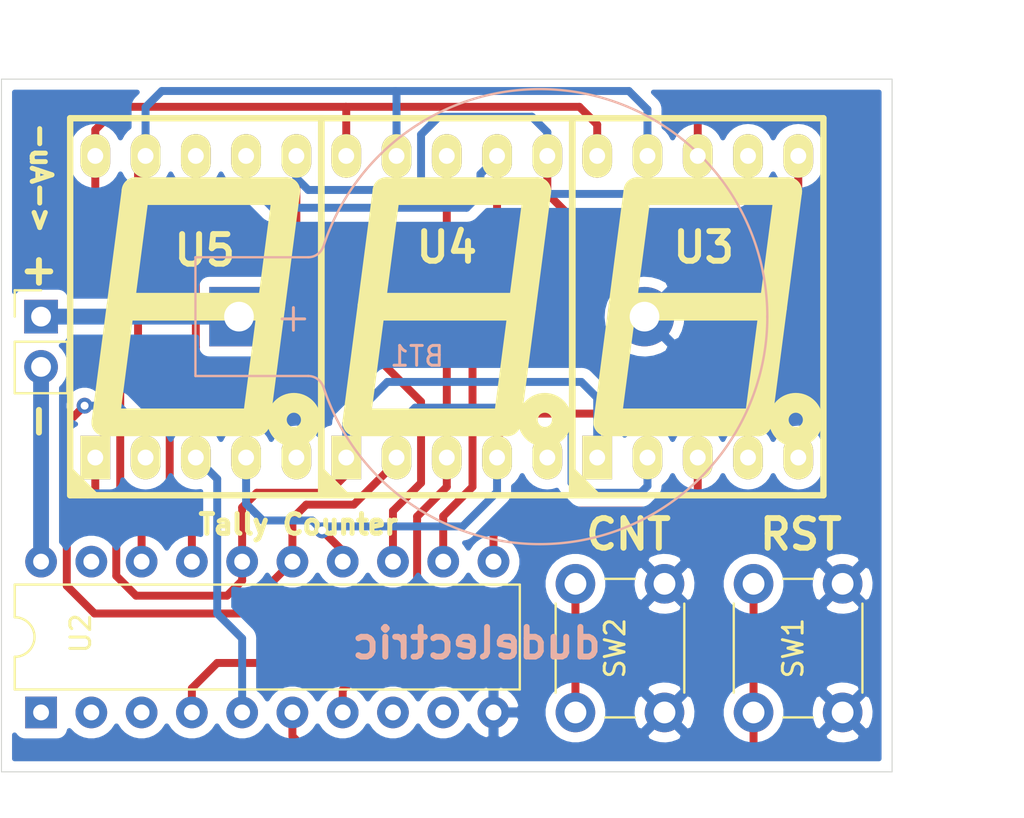
<source format=kicad_pcb>
(kicad_pcb (version 20171130) (host pcbnew "(5.1.9)-1")

  (general
    (thickness 1.6)
    (drawings 13)
    (tracks 158)
    (zones 0)
    (modules 8)
    (nets 16)
  )

  (page A4)
  (layers
    (0 F.Cu signal)
    (31 B.Cu signal)
    (32 B.Adhes user hide)
    (33 F.Adhes user hide)
    (34 B.Paste user hide)
    (35 F.Paste user hide)
    (36 B.SilkS user)
    (37 F.SilkS user)
    (38 B.Mask user hide)
    (39 F.Mask user hide)
    (40 Dwgs.User user)
    (41 Cmts.User user hide)
    (42 Eco1.User user hide)
    (43 Eco2.User user hide)
    (44 Edge.Cuts user)
    (45 Margin user hide)
    (46 B.CrtYd user hide)
    (47 F.CrtYd user hide)
    (48 B.Fab user hide)
    (49 F.Fab user hide)
  )

  (setup
    (last_trace_width 0.25)
    (user_trace_width 0.3)
    (user_trace_width 0.4)
    (user_trace_width 0.8)
    (trace_clearance 0.2)
    (zone_clearance 0.508)
    (zone_45_only no)
    (trace_min 0.2)
    (via_size 0.8)
    (via_drill 0.4)
    (via_min_size 0.4)
    (via_min_drill 0.3)
    (user_via 1 0.6)
    (uvia_size 0.3)
    (uvia_drill 0.1)
    (uvias_allowed no)
    (uvia_min_size 0.2)
    (uvia_min_drill 0.1)
    (edge_width 0.05)
    (segment_width 0.2)
    (pcb_text_width 0.3)
    (pcb_text_size 1.5 1.5)
    (mod_edge_width 0.12)
    (mod_text_size 1 1)
    (mod_text_width 0.15)
    (pad_size 1.524 1.524)
    (pad_drill 0.762)
    (pad_to_mask_clearance 0.051)
    (solder_mask_min_width 0.25)
    (aux_axis_origin 0 0)
    (visible_elements 7FFFFFFF)
    (pcbplotparams
      (layerselection 0x010fc_ffffffff)
      (usegerberextensions false)
      (usegerberattributes false)
      (usegerberadvancedattributes false)
      (creategerberjobfile false)
      (excludeedgelayer true)
      (linewidth 0.100000)
      (plotframeref false)
      (viasonmask false)
      (mode 1)
      (useauxorigin false)
      (hpglpennumber 1)
      (hpglpenspeed 20)
      (hpglpendiameter 15.000000)
      (psnegative false)
      (psa4output false)
      (plotreference true)
      (plotvalue true)
      (plotinvisibletext false)
      (padsonsilk false)
      (subtractmaskfromsilk false)
      (outputformat 1)
      (mirror false)
      (drillshape 1)
      (scaleselection 1)
      (outputdirectory ""))
  )

  (net 0 "")
  (net 1 GND)
  (net 2 "Net-(BT1-Pad1)")
  (net 3 "Net-(SW1-Pad1)")
  (net 4 "Net-(SW2-Pad1)")
  (net 5 "Net-(U2-Pad4)")
  (net 6 "Net-(U2-Pad5)")
  (net 7 "Net-(J1-Pad2)")
  (net 8 "Net-(U2-Pad11)")
  (net 9 "Net-(U2-Pad12)")
  (net 10 "Net-(U2-Pad13)")
  (net 11 "Net-(U2-Pad14)")
  (net 12 "Net-(U2-Pad15)")
  (net 13 "Net-(U2-Pad16)")
  (net 14 "Net-(U2-Pad17)")
  (net 15 "Net-(U2-Pad18)")

  (net_class Default "This is the default net class."
    (clearance 0.2)
    (trace_width 0.25)
    (via_dia 0.8)
    (via_drill 0.4)
    (uvia_dia 0.3)
    (uvia_drill 0.1)
    (add_net GND)
    (add_net "Net-(BT1-Pad1)")
    (add_net "Net-(J1-Pad2)")
    (add_net "Net-(SW1-Pad1)")
    (add_net "Net-(SW2-Pad1)")
    (add_net "Net-(U2-Pad11)")
    (add_net "Net-(U2-Pad12)")
    (add_net "Net-(U2-Pad13)")
    (add_net "Net-(U2-Pad14)")
    (add_net "Net-(U2-Pad15)")
    (add_net "Net-(U2-Pad16)")
    (add_net "Net-(U2-Pad17)")
    (add_net "Net-(U2-Pad18)")
    (add_net "Net-(U2-Pad4)")
    (add_net "Net-(U2-Pad5)")
  )

  (module Battery:BatteryHolder_Keystone_103_1x20mm (layer B.Cu) (tedit 5787C32C) (tstamp 60ABF7C4)
    (at 215 40)
    (descr http://www.keyelco.com/product-pdf.cfm?p=719)
    (tags "Keystone type 103 battery holder")
    (path /5EB88A9C)
    (fp_text reference BT1 (at 9 2) (layer B.SilkS)
      (effects (font (size 1 1) (thickness 0.15)) (justify mirror))
    )
    (fp_text value Battery_Cell (at 15 -13) (layer B.Fab)
      (effects (font (size 1 1) (thickness 0.15)) (justify mirror))
    )
    (fp_line (start 0 1.3) (end 0 -1.3) (layer B.Fab) (width 0.1))
    (fp_line (start 16.2 1.3) (end 0 1.3) (layer B.Fab) (width 0.1))
    (fp_line (start 0 -1.3) (end 16.2 -1.3) (layer B.Fab) (width 0.1))
    (fp_line (start -2.1 2.5) (end -2.1 -2.5) (layer B.Fab) (width 0.1))
    (fp_line (start -1.7 -2.9) (end 3.5306 -2.9) (layer B.Fab) (width 0.1))
    (fp_line (start 3.5306 2.9) (end -1.7 2.9) (layer B.Fab) (width 0.1))
    (fp_line (start 23.5712 7.7216) (end 22.6314 6.858) (layer B.Fab) (width 0.1))
    (fp_line (start 23.5712 -7.7216) (end 22.6568 -6.8834) (layer B.Fab) (width 0.1))
    (fp_line (start -2.2 -3) (end 3.5 -3) (layer B.SilkS) (width 0.12))
    (fp_line (start -2.2 -3) (end -2.2 3) (layer B.SilkS) (width 0.12))
    (fp_line (start -2.2 3) (end 3.5 3) (layer B.SilkS) (width 0.12))
    (fp_line (start -2.45 -3.25) (end -2.45 3.25) (layer B.CrtYd) (width 0.05))
    (fp_line (start -2.45 -3.25) (end 3.5 -3.25) (layer B.CrtYd) (width 0.05))
    (fp_line (start -2.45 3.25) (end 3.5 3.25) (layer B.CrtYd) (width 0.05))
    (fp_text user + (at 2.75 0) (layer B.SilkS)
      (effects (font (size 1.5 1.5) (thickness 0.15)) (justify mirror))
    )
    (fp_text user %R (at 0 0) (layer B.Fab)
      (effects (font (size 1 1) (thickness 0.15)) (justify mirror))
    )
    (fp_arc (start 15.2 0) (end 4.01 -3.6) (angle 162.5) (layer B.CrtYd) (width 0.05))
    (fp_arc (start 15.2 0) (end 4.01 3.6) (angle -162.5) (layer B.CrtYd) (width 0.05))
    (fp_arc (start 3.5 -3.8) (end 3.5 -3.25) (angle -70) (layer B.CrtYd) (width 0.05))
    (fp_arc (start 3.5 3.8) (end 3.5 3.25) (angle 70) (layer B.CrtYd) (width 0.05))
    (fp_arc (start 15.2 0) (end 4.25 -3.5) (angle 162.5) (layer B.SilkS) (width 0.12))
    (fp_arc (start 3.5 -3.8) (end 3.5 -3) (angle -70) (layer B.SilkS) (width 0.12))
    (fp_arc (start 15.2 0) (end 4.25 3.5) (angle -162.5) (layer B.SilkS) (width 0.12))
    (fp_arc (start 3.5 3.8) (end 3.5 3) (angle 70) (layer B.SilkS) (width 0.12))
    (fp_arc (start 3.5 -3.8) (end 3.5 -2.9) (angle -70) (layer B.Fab) (width 0.1))
    (fp_arc (start 15.2 0) (end 4.35 -3.5) (angle 162.5) (layer B.Fab) (width 0.1))
    (fp_arc (start 15.2 0) (end 4.35 3.5) (angle -162.5) (layer B.Fab) (width 0.1))
    (fp_arc (start 15.2 0) (end 5.2 -1.3) (angle 180) (layer B.Fab) (width 0.1))
    (fp_arc (start 15.2 0) (end 9 -1.3) (angle 170) (layer B.Fab) (width 0.1))
    (fp_arc (start 15.2 0) (end 13.3 -1.3) (angle 150) (layer B.Fab) (width 0.1))
    (fp_arc (start 15.2 0) (end 13.3 1.3) (angle -150) (layer B.Fab) (width 0.1))
    (fp_arc (start 15.2 0) (end 9 1.3) (angle -170) (layer B.Fab) (width 0.1))
    (fp_arc (start 15.2 0) (end 5.2 1.3) (angle -180) (layer B.Fab) (width 0.1))
    (fp_arc (start 3.5 3.8) (end 3.5 2.9) (angle 70) (layer B.Fab) (width 0.1))
    (fp_arc (start 16.2 0) (end 16.2 1.3) (angle -180) (layer B.Fab) (width 0.1))
    (fp_arc (start -1.7 -2.5) (end -2.1 -2.5) (angle 90) (layer B.Fab) (width 0.1))
    (fp_arc (start -1.7 2.5) (end -2.1 2.5) (angle -90) (layer B.Fab) (width 0.1))
    (pad 2 thru_hole circle (at 20.49 0) (size 3 3) (drill 1.5) (layers *.Cu *.Mask)
      (net 1 GND))
    (pad 1 thru_hole rect (at 0 0) (size 3 3) (drill 1.5) (layers *.Cu *.Mask)
      (net 2 "Net-(BT1-Pad1)"))
    (model ${KISYS3DMOD}/Battery.3dshapes/BatteryHolder_Keystone_103_1x20mm.wrl
      (at (xyz 0 0 0))
      (scale (xyz 1 1 1))
      (rotate (xyz 0 0 0))
    )
  )

  (module Connector_PinHeader_2.54mm:PinHeader_1x02_P2.54mm_Vertical (layer F.Cu) (tedit 59FED5CC) (tstamp 60ABED0B)
    (at 205 40)
    (descr "Through hole straight pin header, 1x02, 2.54mm pitch, single row")
    (tags "Through hole pin header THT 1x02 2.54mm single row")
    (path /5EEADC40)
    (fp_text reference J1 (at 0 -2.33) (layer F.Fab)
      (effects (font (size 1 1) (thickness 0.15)))
    )
    (fp_text value Conn_01x02 (at 0 4.87) (layer F.Fab)
      (effects (font (size 1 1) (thickness 0.15)))
    )
    (fp_line (start 1.8 -1.8) (end -1.8 -1.8) (layer F.CrtYd) (width 0.05))
    (fp_line (start 1.8 4.35) (end 1.8 -1.8) (layer F.CrtYd) (width 0.05))
    (fp_line (start -1.8 4.35) (end 1.8 4.35) (layer F.CrtYd) (width 0.05))
    (fp_line (start -1.8 -1.8) (end -1.8 4.35) (layer F.CrtYd) (width 0.05))
    (fp_line (start -1.33 -1.33) (end 0 -1.33) (layer F.SilkS) (width 0.12))
    (fp_line (start -1.33 0) (end -1.33 -1.33) (layer F.SilkS) (width 0.12))
    (fp_line (start -1.33 1.27) (end 1.33 1.27) (layer F.SilkS) (width 0.12))
    (fp_line (start 1.33 1.27) (end 1.33 3.87) (layer F.SilkS) (width 0.12))
    (fp_line (start -1.33 1.27) (end -1.33 3.87) (layer F.SilkS) (width 0.12))
    (fp_line (start -1.33 3.87) (end 1.33 3.87) (layer F.SilkS) (width 0.12))
    (fp_line (start -1.27 -0.635) (end -0.635 -1.27) (layer F.Fab) (width 0.1))
    (fp_line (start -1.27 3.81) (end -1.27 -0.635) (layer F.Fab) (width 0.1))
    (fp_line (start 1.27 3.81) (end -1.27 3.81) (layer F.Fab) (width 0.1))
    (fp_line (start 1.27 -1.27) (end 1.27 3.81) (layer F.Fab) (width 0.1))
    (fp_line (start -0.635 -1.27) (end 1.27 -1.27) (layer F.Fab) (width 0.1))
    (fp_text user %R (at 0 1.27 90) (layer F.Fab)
      (effects (font (size 1 1) (thickness 0.15)))
    )
    (pad 1 thru_hole rect (at 0 0) (size 1.7 1.7) (drill 1) (layers *.Cu *.Mask)
      (net 2 "Net-(BT1-Pad1)"))
    (pad 2 thru_hole oval (at 0 2.54) (size 1.7 1.7) (drill 1) (layers *.Cu *.Mask)
      (net 7 "Net-(J1-Pad2)"))
    (model ${KISYS3DMOD}/Connector_PinHeader_2.54mm.3dshapes/PinHeader_1x02_P2.54mm_Vertical.wrl
      (at (xyz 0 0 0))
      (scale (xyz 1 1 1))
      (rotate (xyz 0 0 0))
    )
  )

  (module Button_Switch_THT:SW_PUSH_6mm_H7.3mm (layer F.Cu) (tedit 5A02FE31) (tstamp 60ABED2A)
    (at 241 60 90)
    (descr "tactile push button, 6x6mm e.g. PHAP33xx series, height=7.3mm")
    (tags "tact sw push 6mm")
    (path /5EB87C7A)
    (fp_text reference SW1 (at 3.25 2 90) (layer F.SilkS)
      (effects (font (size 1 1) (thickness 0.15)))
    )
    (fp_text value COUNT (at 3.75 6.7 90) (layer F.Fab)
      (effects (font (size 1 1) (thickness 0.15)))
    )
    (fp_line (start 3.25 -0.75) (end 6.25 -0.75) (layer F.Fab) (width 0.1))
    (fp_line (start 6.25 -0.75) (end 6.25 5.25) (layer F.Fab) (width 0.1))
    (fp_line (start 6.25 5.25) (end 0.25 5.25) (layer F.Fab) (width 0.1))
    (fp_line (start 0.25 5.25) (end 0.25 -0.75) (layer F.Fab) (width 0.1))
    (fp_line (start 0.25 -0.75) (end 3.25 -0.75) (layer F.Fab) (width 0.1))
    (fp_line (start 7.75 6) (end 8 6) (layer F.CrtYd) (width 0.05))
    (fp_line (start 8 6) (end 8 5.75) (layer F.CrtYd) (width 0.05))
    (fp_line (start 7.75 -1.5) (end 8 -1.5) (layer F.CrtYd) (width 0.05))
    (fp_line (start 8 -1.5) (end 8 -1.25) (layer F.CrtYd) (width 0.05))
    (fp_line (start -1.5 -1.25) (end -1.5 -1.5) (layer F.CrtYd) (width 0.05))
    (fp_line (start -1.5 -1.5) (end -1.25 -1.5) (layer F.CrtYd) (width 0.05))
    (fp_line (start -1.5 5.75) (end -1.5 6) (layer F.CrtYd) (width 0.05))
    (fp_line (start -1.5 6) (end -1.25 6) (layer F.CrtYd) (width 0.05))
    (fp_line (start -1.25 -1.5) (end 7.75 -1.5) (layer F.CrtYd) (width 0.05))
    (fp_line (start -1.5 5.75) (end -1.5 -1.25) (layer F.CrtYd) (width 0.05))
    (fp_line (start 7.75 6) (end -1.25 6) (layer F.CrtYd) (width 0.05))
    (fp_line (start 8 -1.25) (end 8 5.75) (layer F.CrtYd) (width 0.05))
    (fp_line (start 1 5.5) (end 5.5 5.5) (layer F.SilkS) (width 0.12))
    (fp_line (start -0.25 1.5) (end -0.25 3) (layer F.SilkS) (width 0.12))
    (fp_line (start 5.5 -1) (end 1 -1) (layer F.SilkS) (width 0.12))
    (fp_line (start 6.75 3) (end 6.75 1.5) (layer F.SilkS) (width 0.12))
    (fp_circle (center 3.25 2.25) (end 1.25 2.5) (layer F.Fab) (width 0.1))
    (fp_text user %R (at 3.25 2.25 90) (layer F.Fab)
      (effects (font (size 1 1) (thickness 0.15)))
    )
    (pad 1 thru_hole circle (at 6.5 0 180) (size 2 2) (drill 1.1) (layers *.Cu *.Mask)
      (net 3 "Net-(SW1-Pad1)"))
    (pad 2 thru_hole circle (at 6.5 4.5 180) (size 2 2) (drill 1.1) (layers *.Cu *.Mask)
      (net 1 GND))
    (pad 1 thru_hole circle (at 0 0 180) (size 2 2) (drill 1.1) (layers *.Cu *.Mask)
      (net 3 "Net-(SW1-Pad1)"))
    (pad 2 thru_hole circle (at 0 4.5 180) (size 2 2) (drill 1.1) (layers *.Cu *.Mask)
      (net 1 GND))
    (model ${KISYS3DMOD}/Button_Switch_THT.3dshapes/SW_PUSH_6mm_H7.3mm.wrl
      (at (xyz 0 0 0))
      (scale (xyz 1 1 1))
      (rotate (xyz 0 0 0))
    )
  )

  (module Button_Switch_THT:SW_PUSH_6mm_H7.3mm (layer F.Cu) (tedit 5A02FE31) (tstamp 60ABED49)
    (at 232 60 90)
    (descr "tactile push button, 6x6mm e.g. PHAP33xx series, height=7.3mm")
    (tags "tact sw push 6mm")
    (path /5EB885C3)
    (fp_text reference SW2 (at 3.25 2 90) (layer F.SilkS)
      (effects (font (size 1 1) (thickness 0.15)))
    )
    (fp_text value RESET (at 3.75 6.7 90) (layer F.Fab)
      (effects (font (size 1 1) (thickness 0.15)))
    )
    (fp_circle (center 3.25 2.25) (end 1.25 2.5) (layer F.Fab) (width 0.1))
    (fp_line (start 6.75 3) (end 6.75 1.5) (layer F.SilkS) (width 0.12))
    (fp_line (start 5.5 -1) (end 1 -1) (layer F.SilkS) (width 0.12))
    (fp_line (start -0.25 1.5) (end -0.25 3) (layer F.SilkS) (width 0.12))
    (fp_line (start 1 5.5) (end 5.5 5.5) (layer F.SilkS) (width 0.12))
    (fp_line (start 8 -1.25) (end 8 5.75) (layer F.CrtYd) (width 0.05))
    (fp_line (start 7.75 6) (end -1.25 6) (layer F.CrtYd) (width 0.05))
    (fp_line (start -1.5 5.75) (end -1.5 -1.25) (layer F.CrtYd) (width 0.05))
    (fp_line (start -1.25 -1.5) (end 7.75 -1.5) (layer F.CrtYd) (width 0.05))
    (fp_line (start -1.5 6) (end -1.25 6) (layer F.CrtYd) (width 0.05))
    (fp_line (start -1.5 5.75) (end -1.5 6) (layer F.CrtYd) (width 0.05))
    (fp_line (start -1.5 -1.5) (end -1.25 -1.5) (layer F.CrtYd) (width 0.05))
    (fp_line (start -1.5 -1.25) (end -1.5 -1.5) (layer F.CrtYd) (width 0.05))
    (fp_line (start 8 -1.5) (end 8 -1.25) (layer F.CrtYd) (width 0.05))
    (fp_line (start 7.75 -1.5) (end 8 -1.5) (layer F.CrtYd) (width 0.05))
    (fp_line (start 8 6) (end 8 5.75) (layer F.CrtYd) (width 0.05))
    (fp_line (start 7.75 6) (end 8 6) (layer F.CrtYd) (width 0.05))
    (fp_line (start 0.25 -0.75) (end 3.25 -0.75) (layer F.Fab) (width 0.1))
    (fp_line (start 0.25 5.25) (end 0.25 -0.75) (layer F.Fab) (width 0.1))
    (fp_line (start 6.25 5.25) (end 0.25 5.25) (layer F.Fab) (width 0.1))
    (fp_line (start 6.25 -0.75) (end 6.25 5.25) (layer F.Fab) (width 0.1))
    (fp_line (start 3.25 -0.75) (end 6.25 -0.75) (layer F.Fab) (width 0.1))
    (fp_text user %R (at 3.25 2.25 90) (layer F.Fab)
      (effects (font (size 1 1) (thickness 0.15)))
    )
    (pad 2 thru_hole circle (at 0 4.5 180) (size 2 2) (drill 1.1) (layers *.Cu *.Mask)
      (net 1 GND))
    (pad 1 thru_hole circle (at 0 0 180) (size 2 2) (drill 1.1) (layers *.Cu *.Mask)
      (net 4 "Net-(SW2-Pad1)"))
    (pad 2 thru_hole circle (at 6.5 4.5 180) (size 2 2) (drill 1.1) (layers *.Cu *.Mask)
      (net 1 GND))
    (pad 1 thru_hole circle (at 6.5 0 180) (size 2 2) (drill 1.1) (layers *.Cu *.Mask)
      (net 4 "Net-(SW2-Pad1)"))
    (model ${KISYS3DMOD}/Button_Switch_THT.3dshapes/SW_PUSH_6mm_H7.3mm.wrl
      (at (xyz 0 0 0))
      (scale (xyz 1 1 1))
      (rotate (xyz 0 0 0))
    )
  )

  (module Package_DIP:DIP-20_W7.62mm (layer F.Cu) (tedit 5A02E8C5) (tstamp 60ABED8C)
    (at 205 60 90)
    (descr "20-lead though-hole mounted DIP package, row spacing 7.62 mm (300 mils)")
    (tags "THT DIP DIL PDIP 2.54mm 7.62mm 300mil")
    (path /5EB6CC5B)
    (fp_text reference U2 (at 4 2 90) (layer F.SilkS)
      (effects (font (size 1 1) (thickness 0.15)))
    )
    (fp_text value ATtiny2313-20PU (at 3.81 25.19 90) (layer F.Fab)
      (effects (font (size 1 1) (thickness 0.15)))
    )
    (fp_line (start 8.7 -1.55) (end -1.1 -1.55) (layer F.CrtYd) (width 0.05))
    (fp_line (start 8.7 24.4) (end 8.7 -1.55) (layer F.CrtYd) (width 0.05))
    (fp_line (start -1.1 24.4) (end 8.7 24.4) (layer F.CrtYd) (width 0.05))
    (fp_line (start -1.1 -1.55) (end -1.1 24.4) (layer F.CrtYd) (width 0.05))
    (fp_line (start 6.46 -1.33) (end 4.81 -1.33) (layer F.SilkS) (width 0.12))
    (fp_line (start 6.46 24.19) (end 6.46 -1.33) (layer F.SilkS) (width 0.12))
    (fp_line (start 1.16 24.19) (end 6.46 24.19) (layer F.SilkS) (width 0.12))
    (fp_line (start 1.16 -1.33) (end 1.16 24.19) (layer F.SilkS) (width 0.12))
    (fp_line (start 2.81 -1.33) (end 1.16 -1.33) (layer F.SilkS) (width 0.12))
    (fp_line (start 0.635 -0.27) (end 1.635 -1.27) (layer F.Fab) (width 0.1))
    (fp_line (start 0.635 24.13) (end 0.635 -0.27) (layer F.Fab) (width 0.1))
    (fp_line (start 6.985 24.13) (end 0.635 24.13) (layer F.Fab) (width 0.1))
    (fp_line (start 6.985 -1.27) (end 6.985 24.13) (layer F.Fab) (width 0.1))
    (fp_line (start 1.635 -1.27) (end 6.985 -1.27) (layer F.Fab) (width 0.1))
    (fp_arc (start 3.81 -1.33) (end 2.81 -1.33) (angle -180) (layer F.SilkS) (width 0.12))
    (fp_text user %R (at 3.81 11.43 90) (layer F.Fab)
      (effects (font (size 1 1) (thickness 0.15)))
    )
    (pad 1 thru_hole rect (at 0 0 90) (size 1.6 1.6) (drill 0.8) (layers *.Cu *.Mask))
    (pad 11 thru_hole oval (at 7.62 22.86 90) (size 1.6 1.6) (drill 0.8) (layers *.Cu *.Mask)
      (net 8 "Net-(U2-Pad11)"))
    (pad 2 thru_hole oval (at 0 2.54 90) (size 1.6 1.6) (drill 0.8) (layers *.Cu *.Mask))
    (pad 12 thru_hole oval (at 7.62 20.32 90) (size 1.6 1.6) (drill 0.8) (layers *.Cu *.Mask)
      (net 9 "Net-(U2-Pad12)"))
    (pad 3 thru_hole oval (at 0 5.08 90) (size 1.6 1.6) (drill 0.8) (layers *.Cu *.Mask))
    (pad 13 thru_hole oval (at 7.62 17.78 90) (size 1.6 1.6) (drill 0.8) (layers *.Cu *.Mask)
      (net 10 "Net-(U2-Pad13)"))
    (pad 4 thru_hole oval (at 0 7.62 90) (size 1.6 1.6) (drill 0.8) (layers *.Cu *.Mask)
      (net 5 "Net-(U2-Pad4)"))
    (pad 14 thru_hole oval (at 7.62 15.24 90) (size 1.6 1.6) (drill 0.8) (layers *.Cu *.Mask)
      (net 11 "Net-(U2-Pad14)"))
    (pad 5 thru_hole oval (at 0 10.16 90) (size 1.6 1.6) (drill 0.8) (layers *.Cu *.Mask)
      (net 6 "Net-(U2-Pad5)"))
    (pad 15 thru_hole oval (at 7.62 12.7 90) (size 1.6 1.6) (drill 0.8) (layers *.Cu *.Mask)
      (net 12 "Net-(U2-Pad15)"))
    (pad 6 thru_hole oval (at 0 12.7 90) (size 1.6 1.6) (drill 0.8) (layers *.Cu *.Mask)
      (net 3 "Net-(SW1-Pad1)"))
    (pad 16 thru_hole oval (at 7.62 10.16 90) (size 1.6 1.6) (drill 0.8) (layers *.Cu *.Mask)
      (net 13 "Net-(U2-Pad16)"))
    (pad 7 thru_hole oval (at 0 15.24 90) (size 1.6 1.6) (drill 0.8) (layers *.Cu *.Mask)
      (net 4 "Net-(SW2-Pad1)"))
    (pad 17 thru_hole oval (at 7.62 7.62 90) (size 1.6 1.6) (drill 0.8) (layers *.Cu *.Mask)
      (net 14 "Net-(U2-Pad17)"))
    (pad 8 thru_hole oval (at 0 17.78 90) (size 1.6 1.6) (drill 0.8) (layers *.Cu *.Mask))
    (pad 18 thru_hole oval (at 7.62 5.08 90) (size 1.6 1.6) (drill 0.8) (layers *.Cu *.Mask)
      (net 15 "Net-(U2-Pad18)"))
    (pad 9 thru_hole oval (at 0 20.32 90) (size 1.6 1.6) (drill 0.8) (layers *.Cu *.Mask))
    (pad 19 thru_hole oval (at 7.62 2.54 90) (size 1.6 1.6) (drill 0.8) (layers *.Cu *.Mask))
    (pad 10 thru_hole oval (at 0 22.86 90) (size 1.6 1.6) (drill 0.8) (layers *.Cu *.Mask)
      (net 1 GND))
    (pad 20 thru_hole oval (at 7.62 0 90) (size 1.6 1.6) (drill 0.8) (layers *.Cu *.Mask)
      (net 7 "Net-(J1-Pad2)"))
    (model ${KISYS3DMOD}/Package_DIP.3dshapes/DIP-20_W7.62mm.wrl
      (at (xyz 0 0 0))
      (scale (xyz 1 1 1))
      (rotate (xyz 0 0 0))
    )
  )

  (module w_indicators:7segdisp_sa05 (layer F.Cu) (tedit 60AB7EA6) (tstamp 60ABEDA7)
    (at 238.18 39.5)
    (descr "7 segments display, SA05 series")
    (tags display)
    (path /60ACE10C)
    (fp_text reference U3 (at 0.3 -3) (layer F.SilkS)
      (effects (font (size 1.5 1.5) (thickness 0.3)))
    )
    (fp_text value 5611AH (at 0 11) (layer F.Fab)
      (effects (font (size 1.5 1.5) (thickness 0.3)))
    )
    (fp_line (start 6.35 -9.525) (end 6.35 9.525) (layer F.SilkS) (width 0.32258))
    (fp_line (start -6.35 9.525) (end -6.35 -9.525) (layer F.SilkS) (width 0.32258))
    (fp_line (start 3.81 0) (end -3.81 0) (layer F.SilkS) (width 1.39954))
    (fp_line (start -3.048 -5.842) (end -4.572 5.842) (layer F.SilkS) (width 1.39954))
    (fp_line (start -4.572 5.842) (end 3.048 5.842) (layer F.SilkS) (width 1.39954))
    (fp_line (start 3.048 5.842) (end 4.572 -5.842) (layer F.SilkS) (width 1.39954))
    (fp_line (start 4.572 -5.842) (end -3.048 -5.842) (layer F.SilkS) (width 1.39954))
    (fp_line (start -5.08 9.525) (end -6.35 8.255) (layer F.SilkS) (width 0.3048))
    (fp_circle (center 4.953 5.715) (end 5.207 5.461) (layer F.SilkS) (width 1.00076))
    (fp_line (start -5.842 9.525) (end -6.35 9.017) (layer F.SilkS) (width 0.3048))
    (fp_line (start -5.461 9.525) (end -6.35 8.636) (layer F.SilkS) (width 0.3048))
    (fp_line (start -6.35 9.525) (end 6.35 9.525) (layer F.SilkS) (width 0.32258))
    (fp_line (start 6.35 -9.525) (end -6.35 -9.525) (layer F.SilkS) (width 0.32258))
    (pad 1 thru_hole rect (at -5.08 7.62 90) (size 2.19964 1.50114) (drill 0.8001) (layers *.Cu *.Mask F.SilkS)
      (net 13 "Net-(U2-Pad16)"))
    (pad 2 thru_hole oval (at -2.54 7.62 90) (size 2.19964 1.50114) (drill 0.8001) (layers *.Cu *.Mask F.SilkS)
      (net 12 "Net-(U2-Pad15)"))
    (pad 3 thru_hole oval (at 0 7.62 90) (size 2.19964 1.50114) (drill 0.8001) (layers *.Cu *.Mask F.SilkS)
      (net 8 "Net-(U2-Pad11)"))
    (pad 4 thru_hole oval (at 2.54 7.62 90) (size 2.19964 1.50114) (drill 0.8001) (layers *.Cu *.Mask F.SilkS)
      (net 11 "Net-(U2-Pad14)"))
    (pad 5 thru_hole oval (at 5.08 7.62 90) (size 2.19964 1.50114) (drill 0.8001) (layers *.Cu *.Mask F.SilkS))
    (pad 6 thru_hole oval (at 5.08 -7.62 90) (size 2.19964 1.50114) (drill 0.8001) (layers *.Cu *.Mask F.SilkS)
      (net 10 "Net-(U2-Pad13)"))
    (pad 7 thru_hole oval (at 2.54 -7.62 90) (size 2.19964 1.50114) (drill 0.8001) (layers *.Cu *.Mask F.SilkS)
      (net 9 "Net-(U2-Pad12)"))
    (pad 8 thru_hole oval (at 0 -7.62 90) (size 2.19964 1.50114) (drill 0.8001) (layers *.Cu *.Mask F.SilkS)
      (net 8 "Net-(U2-Pad11)"))
    (pad 9 thru_hole oval (at -2.54 -7.62 90) (size 2.19964 1.50114) (drill 0.8001) (layers *.Cu *.Mask F.SilkS)
      (net 14 "Net-(U2-Pad17)"))
    (pad 10 thru_hole oval (at -5.08 -7.62 90) (size 2.19964 1.50114) (drill 0.8001) (layers *.Cu *.Mask F.SilkS)
      (net 15 "Net-(U2-Pad18)"))
    (model ${KIPRJMOD}/3d_indicators/walter/indicators/7segdisp_sa05.wrl
      (at (xyz 0 0 0))
      (scale (xyz 1 1 1))
      (rotate (xyz 0 0 0))
    )
  )

  (module w_indicators:7segdisp_sa05 (layer F.Cu) (tedit 60AB7EA6) (tstamp 60ABEDC2)
    (at 225.5 39.5)
    (descr "7 segments display, SA05 series")
    (tags display)
    (path /60ACC489)
    (fp_text reference U4 (at 0 -3) (layer F.SilkS)
      (effects (font (size 1.5 1.5) (thickness 0.3)))
    )
    (fp_text value 5611AH (at 0 11) (layer F.Fab)
      (effects (font (size 1.5 1.5) (thickness 0.3)))
    )
    (fp_line (start 6.35 -9.525) (end -6.35 -9.525) (layer F.SilkS) (width 0.32258))
    (fp_line (start -6.35 9.525) (end 6.35 9.525) (layer F.SilkS) (width 0.32258))
    (fp_line (start -5.461 9.525) (end -6.35 8.636) (layer F.SilkS) (width 0.3048))
    (fp_line (start -5.842 9.525) (end -6.35 9.017) (layer F.SilkS) (width 0.3048))
    (fp_circle (center 4.953 5.715) (end 5.207 5.461) (layer F.SilkS) (width 1.00076))
    (fp_line (start -5.08 9.525) (end -6.35 8.255) (layer F.SilkS) (width 0.3048))
    (fp_line (start 4.572 -5.842) (end -3.048 -5.842) (layer F.SilkS) (width 1.39954))
    (fp_line (start 3.048 5.842) (end 4.572 -5.842) (layer F.SilkS) (width 1.39954))
    (fp_line (start -4.572 5.842) (end 3.048 5.842) (layer F.SilkS) (width 1.39954))
    (fp_line (start -3.048 -5.842) (end -4.572 5.842) (layer F.SilkS) (width 1.39954))
    (fp_line (start 3.81 0) (end -3.81 0) (layer F.SilkS) (width 1.39954))
    (fp_line (start -6.35 9.525) (end -6.35 -9.525) (layer F.SilkS) (width 0.32258))
    (fp_line (start 6.35 -9.525) (end 6.35 9.525) (layer F.SilkS) (width 0.32258))
    (pad 10 thru_hole oval (at -5.08 -7.62 90) (size 2.19964 1.50114) (drill 0.8001) (layers *.Cu *.Mask F.SilkS)
      (net 15 "Net-(U2-Pad18)"))
    (pad 9 thru_hole oval (at -2.54 -7.62 90) (size 2.19964 1.50114) (drill 0.8001) (layers *.Cu *.Mask F.SilkS)
      (net 14 "Net-(U2-Pad17)"))
    (pad 8 thru_hole oval (at 0 -7.62 90) (size 2.19964 1.50114) (drill 0.8001) (layers *.Cu *.Mask F.SilkS)
      (net 5 "Net-(U2-Pad4)"))
    (pad 7 thru_hole oval (at 2.54 -7.62 90) (size 2.19964 1.50114) (drill 0.8001) (layers *.Cu *.Mask F.SilkS)
      (net 9 "Net-(U2-Pad12)"))
    (pad 6 thru_hole oval (at 5.08 -7.62 90) (size 2.19964 1.50114) (drill 0.8001) (layers *.Cu *.Mask F.SilkS)
      (net 10 "Net-(U2-Pad13)"))
    (pad 5 thru_hole oval (at 5.08 7.62 90) (size 2.19964 1.50114) (drill 0.8001) (layers *.Cu *.Mask F.SilkS))
    (pad 4 thru_hole oval (at 2.54 7.62 90) (size 2.19964 1.50114) (drill 0.8001) (layers *.Cu *.Mask F.SilkS)
      (net 11 "Net-(U2-Pad14)"))
    (pad 3 thru_hole oval (at 0 7.62 90) (size 2.19964 1.50114) (drill 0.8001) (layers *.Cu *.Mask F.SilkS)
      (net 5 "Net-(U2-Pad4)"))
    (pad 2 thru_hole oval (at -2.54 7.62 90) (size 2.19964 1.50114) (drill 0.8001) (layers *.Cu *.Mask F.SilkS)
      (net 12 "Net-(U2-Pad15)"))
    (pad 1 thru_hole rect (at -5.08 7.62 90) (size 2.19964 1.50114) (drill 0.8001) (layers *.Cu *.Mask F.SilkS)
      (net 13 "Net-(U2-Pad16)"))
    (model ${KIPRJMOD}/3d_indicators/walter/indicators/7segdisp_sa05.wrl
      (at (xyz 0 0 0))
      (scale (xyz 1 1 1))
      (rotate (xyz 0 0 0))
    )
  )

  (module w_indicators:7segdisp_sa05 (layer F.Cu) (tedit 60AB7EA6) (tstamp 60ABEDDD)
    (at 212.82 39.5)
    (descr "7 segments display, SA05 series")
    (tags display)
    (path /60ABD4B7)
    (fp_text reference U5 (at 0.45 -2.85) (layer F.SilkS)
      (effects (font (size 1.5 1.5) (thickness 0.3)))
    )
    (fp_text value 5611AH (at 0.05 12.1) (layer F.Fab)
      (effects (font (size 1.5 1.5) (thickness 0.3)))
    )
    (fp_line (start 6.35 -9.525) (end 6.35 9.525) (layer F.SilkS) (width 0.32258))
    (fp_line (start -6.35 9.525) (end -6.35 -9.525) (layer F.SilkS) (width 0.32258))
    (fp_line (start 3.81 0) (end -3.81 0) (layer F.SilkS) (width 1.39954))
    (fp_line (start -3.048 -5.842) (end -4.572 5.842) (layer F.SilkS) (width 1.39954))
    (fp_line (start -4.572 5.842) (end 3.048 5.842) (layer F.SilkS) (width 1.39954))
    (fp_line (start 3.048 5.842) (end 4.572 -5.842) (layer F.SilkS) (width 1.39954))
    (fp_line (start 4.572 -5.842) (end -3.048 -5.842) (layer F.SilkS) (width 1.39954))
    (fp_line (start -5.08 9.525) (end -6.35 8.255) (layer F.SilkS) (width 0.3048))
    (fp_circle (center 4.953 5.715) (end 5.207 5.461) (layer F.SilkS) (width 1.00076))
    (fp_line (start -5.842 9.525) (end -6.35 9.017) (layer F.SilkS) (width 0.3048))
    (fp_line (start -5.461 9.525) (end -6.35 8.636) (layer F.SilkS) (width 0.3048))
    (fp_line (start -6.35 9.525) (end 6.35 9.525) (layer F.SilkS) (width 0.32258))
    (fp_line (start 6.35 -9.525) (end -6.35 -9.525) (layer F.SilkS) (width 0.32258))
    (pad 1 thru_hole rect (at -5.08 7.62 90) (size 2.19964 1.50114) (drill 0.8001) (layers *.Cu *.Mask F.SilkS)
      (net 13 "Net-(U2-Pad16)"))
    (pad 2 thru_hole oval (at -2.54 7.62 90) (size 2.19964 1.50114) (drill 0.8001) (layers *.Cu *.Mask F.SilkS)
      (net 12 "Net-(U2-Pad15)"))
    (pad 3 thru_hole oval (at 0 7.62 90) (size 2.19964 1.50114) (drill 0.8001) (layers *.Cu *.Mask F.SilkS)
      (net 6 "Net-(U2-Pad5)"))
    (pad 4 thru_hole oval (at 2.54 7.62 90) (size 2.19964 1.50114) (drill 0.8001) (layers *.Cu *.Mask F.SilkS)
      (net 11 "Net-(U2-Pad14)"))
    (pad 5 thru_hole oval (at 5.08 7.62 90) (size 2.19964 1.50114) (drill 0.8001) (layers *.Cu *.Mask F.SilkS))
    (pad 6 thru_hole oval (at 5.08 -7.62 90) (size 2.19964 1.50114) (drill 0.8001) (layers *.Cu *.Mask F.SilkS)
      (net 10 "Net-(U2-Pad13)"))
    (pad 7 thru_hole oval (at 2.54 -7.62 90) (size 2.19964 1.50114) (drill 0.8001) (layers *.Cu *.Mask F.SilkS)
      (net 9 "Net-(U2-Pad12)"))
    (pad 8 thru_hole oval (at 0 -7.62 90) (size 2.19964 1.50114) (drill 0.8001) (layers *.Cu *.Mask F.SilkS)
      (net 6 "Net-(U2-Pad5)"))
    (pad 9 thru_hole oval (at -2.54 -7.62 90) (size 2.19964 1.50114) (drill 0.8001) (layers *.Cu *.Mask F.SilkS)
      (net 14 "Net-(U2-Pad17)"))
    (pad 10 thru_hole oval (at -5.08 -7.62 90) (size 2.19964 1.50114) (drill 0.8001) (layers *.Cu *.Mask F.SilkS)
      (net 15 "Net-(U2-Pad18)"))
    (model ${KIPRJMOD}/3d_indicators/walter/indicators/7segdisp_sa05.wrl
      (at (xyz 0 0 0))
      (scale (xyz 1 1 1))
      (rotate (xyz 0 0 0))
    )
  )

  (gr_text INT1/PD3 (at 234 64.5) (layer Dwgs.User)
    (effects (font (size 1 1) (thickness 0.15)))
  )
  (gr_text INT0/PD2 (at 244.5 64.5) (layer Dwgs.User)
    (effects (font (size 1 1) (thickness 0.15)))
  )
  (gr_text "Tally Counter" (at 218 50.5) (layer F.SilkS)
    (effects (font (size 1 1) (thickness 0.25)))
  )
  (gr_text -uA-> (at 205 33 -90) (layer F.SilkS)
    (effects (font (size 1 1) (thickness 0.25)))
  )
  (gr_text "+     -" (at 205 41.5 -90) (layer F.SilkS)
    (effects (font (size 1.5 1.5) (thickness 0.3)))
  )
  (gr_text dudelectric (at 227 56.5) (layer B.SilkS)
    (effects (font (size 1.5 1.5) (thickness 0.3)) (justify mirror))
  )
  (gr_text "CNT    RST" (at 239 51) (layer F.SilkS)
    (effects (font (size 1.5 1.5) (thickness 0.3)))
  )
  (dimension 35 (width 0.15) (layer Dwgs.User)
    (gr_text "35.000 mm" (at 253.3 45.5 270) (layer Dwgs.User)
      (effects (font (size 1 1) (thickness 0.15)))
    )
    (feature1 (pts (xy 248 63) (xy 252.586421 63)))
    (feature2 (pts (xy 248 28) (xy 252.586421 28)))
    (crossbar (pts (xy 252 28) (xy 252 63)))
    (arrow1a (pts (xy 252 63) (xy 251.413579 61.873496)))
    (arrow1b (pts (xy 252 63) (xy 252.586421 61.873496)))
    (arrow2a (pts (xy 252 28) (xy 251.413579 29.126504)))
    (arrow2b (pts (xy 252 28) (xy 252.586421 29.126504)))
  )
  (dimension 45 (width 0.15) (layer Dwgs.User)
    (gr_text "45.000 mm" (at 225.5 24.7) (layer Dwgs.User)
      (effects (font (size 1 1) (thickness 0.15)))
    )
    (feature1 (pts (xy 248 28) (xy 248 25.413579)))
    (feature2 (pts (xy 203 28) (xy 203 25.413579)))
    (crossbar (pts (xy 203 26) (xy 248 26)))
    (arrow1a (pts (xy 248 26) (xy 246.873496 26.586421)))
    (arrow1b (pts (xy 248 26) (xy 246.873496 25.413579)))
    (arrow2a (pts (xy 203 26) (xy 204.126504 26.586421)))
    (arrow2b (pts (xy 203 26) (xy 204.126504 25.413579)))
  )
  (gr_line (start 203 28) (end 248 28) (layer Edge.Cuts) (width 0.05) (tstamp 60ABF655))
  (gr_line (start 203 63) (end 203 28) (layer Edge.Cuts) (width 0.05))
  (gr_line (start 248 63) (end 203 63) (layer Edge.Cuts) (width 0.05))
  (gr_line (start 248 28) (end 248 63) (layer Edge.Cuts) (width 0.05))

  (segment (start 215 40) (end 205 40) (width 0.8) (layer B.Cu) (net 2))
  (segment (start 241 60) (end 241 53.5) (width 0.4) (layer F.Cu) (net 3))
  (segment (start 241 60) (end 241 61.7) (width 0.4) (layer F.Cu) (net 3))
  (segment (start 241 61.7) (end 240.6 62.1) (width 0.4) (layer F.Cu) (net 3))
  (segment (start 240.6 62.1) (end 218.6 62.1) (width 0.4) (layer F.Cu) (net 3))
  (segment (start 217.7 61.2) (end 217.7 60) (width 0.4) (layer F.Cu) (net 3))
  (segment (start 218.6 62.1) (end 217.7 61.2) (width 0.4) (layer F.Cu) (net 3))
  (segment (start 232 57.4) (end 221.7 57.4) (width 0.4) (layer F.Cu) (net 4))
  (segment (start 232 60) (end 232 57.4) (width 0.4) (layer F.Cu) (net 4))
  (segment (start 232 57.4) (end 232 53.5) (width 0.4) (layer F.Cu) (net 4))
  (segment (start 220.24 58.86) (end 220.24 60) (width 0.4) (layer F.Cu) (net 4))
  (segment (start 221.7 57.4) (end 220.24 58.86) (width 0.4) (layer F.Cu) (net 4))
  (segment (start 212.62 60) (end 212.62 58.78) (width 0.4) (layer F.Cu) (net 5))
  (segment (start 212.62 58.78) (end 213.9 57.5) (width 0.4) (layer F.Cu) (net 5))
  (segment (start 213.9 57.5) (end 220 57.5) (width 0.4) (layer F.Cu) (net 5))
  (segment (start 220 57.5) (end 224 53.5) (width 0.4) (layer F.Cu) (net 5))
  (segment (start 224 53.5) (end 224 50.1) (width 0.4) (layer F.Cu) (net 5))
  (segment (start 225.5 48.6) (end 225.5 47.12) (width 0.4) (layer F.Cu) (net 5))
  (segment (start 224 50.1) (end 225.5 48.6) (width 0.4) (layer F.Cu) (net 5))
  (segment (start 225.5 31.88) (end 225.5 47.12) (width 0.4) (layer F.Cu) (net 5))
  (segment (start 215.16 60) (end 215.16 56.26) (width 0.4) (layer B.Cu) (net 6))
  (segment (start 215.16 56.26) (end 213.9 55) (width 0.4) (layer B.Cu) (net 6))
  (segment (start 213.9 48.2) (end 212.82 47.12) (width 0.4) (layer B.Cu) (net 6))
  (segment (start 213.9 55) (end 213.9 48.2) (width 0.4) (layer B.Cu) (net 6))
  (segment (start 212.82 41.540002) (end 212.82 47.12) (width 0.4) (layer F.Cu) (net 6))
  (segment (start 212.82 31.88) (end 212.82 41.540002) (width 0.4) (layer F.Cu) (net 6))
  (segment (start 205 42.54) (end 205 52.38) (width 0.8) (layer B.Cu) (net 7))
  (segment (start 227.86 52.38) (end 227.86 51.04) (width 0.4) (layer F.Cu) (net 8))
  (segment (start 227.86 51.04) (end 229.1 49.8) (width 0.4) (layer F.Cu) (net 8))
  (segment (start 229.1 49.8) (end 237.5 49.8) (width 0.4) (layer F.Cu) (net 8))
  (segment (start 238.18 49.12) (end 238.18 47.12) (width 0.4) (layer F.Cu) (net 8))
  (segment (start 237.5 49.8) (end 238.18 49.12) (width 0.4) (layer F.Cu) (net 8))
  (segment (start 238.18 49.12) (end 244.78 49.12) (width 0.4) (layer F.Cu) (net 8))
  (segment (start 244.78 49.12) (end 245.8 48.1) (width 0.4) (layer F.Cu) (net 8))
  (segment (start 245.8 48.1) (end 245.8 30.6) (width 0.4) (layer F.Cu) (net 8))
  (segment (start 245.8 30.6) (end 244.7 29.5) (width 0.4) (layer F.Cu) (net 8))
  (segment (start 244.7 29.5) (end 238.8 29.5) (width 0.4) (layer F.Cu) (net 8))
  (segment (start 238.18 30.12) (end 238.18 31.88) (width 0.4) (layer F.Cu) (net 8))
  (segment (start 238.8 29.5) (end 238.18 30.12) (width 0.4) (layer F.Cu) (net 8))
  (segment (start 225.32 52.38) (end 225.32 50.08) (width 0.4) (layer F.Cu) (net 9))
  (segment (start 225.32 50.08) (end 226.8 48.6) (width 0.4) (layer F.Cu) (net 9))
  (segment (start 226.8 48.6) (end 226.8 38) (width 0.4) (layer F.Cu) (net 9))
  (segment (start 228.04 36.76) (end 228.04 31.88) (width 0.4) (layer F.Cu) (net 9))
  (segment (start 226.8 38) (end 228.04 36.76) (width 0.4) (layer F.Cu) (net 9))
  (segment (start 240.72 33.18) (end 240.72 31.88) (width 0.4) (layer B.Cu) (net 9))
  (segment (start 240.1 33.8) (end 240.72 33.18) (width 0.4) (layer B.Cu) (net 9))
  (segment (start 228.04 31.88) (end 228.04 31.96) (width 0.4) (layer B.Cu) (net 9))
  (segment (start 227.2 32.8) (end 227.2 33.8) (width 0.4) (layer B.Cu) (net 9))
  (segment (start 228.04 31.96) (end 227.2 32.8) (width 0.4) (layer B.Cu) (net 9))
  (segment (start 227.2 33.8) (end 240.1 33.8) (width 0.4) (layer B.Cu) (net 9))
  (segment (start 226.5 34.5) (end 227.2 33.8) (width 0.4) (layer B.Cu) (net 9))
  (segment (start 216.7 34.5) (end 226.5 34.5) (width 0.4) (layer B.Cu) (net 9))
  (segment (start 215.36 33.16) (end 216.7 34.5) (width 0.4) (layer B.Cu) (net 9))
  (segment (start 215.36 31.88) (end 215.36 33.16) (width 0.4) (layer B.Cu) (net 9))
  (segment (start 222.78 52.38) (end 222.78 49.82) (width 0.4) (layer F.Cu) (net 10))
  (segment (start 222.78 49.82) (end 224.2 48.4) (width 0.4) (layer F.Cu) (net 10))
  (segment (start 224.2 48.4) (end 224.2 44.3) (width 0.4) (layer F.Cu) (net 10))
  (segment (start 224.2 44.3) (end 217.9 38) (width 0.4) (layer F.Cu) (net 10))
  (segment (start 217.9 38) (end 217.9 34.5) (width 0.4) (layer F.Cu) (net 10))
  (segment (start 217.9 34.5) (end 217.9 31.88) (width 0.4) (layer F.Cu) (net 10))
  (segment (start 230.58 31.88) (end 230.58 33.78) (width 0.4) (layer F.Cu) (net 10))
  (segment (start 230.58 33.78) (end 231.6 34.8) (width 0.4) (layer F.Cu) (net 10))
  (segment (start 231.6 34.8) (end 242.5 34.8) (width 0.4) (layer F.Cu) (net 10))
  (segment (start 243.26 34.04) (end 243.26 31.88) (width 0.4) (layer F.Cu) (net 10))
  (segment (start 242.5 34.8) (end 243.26 34.04) (width 0.4) (layer F.Cu) (net 10))
  (segment (start 217.9 31.88) (end 217.9 33) (width 0.4) (layer B.Cu) (net 10))
  (segment (start 217.9 33) (end 218.5 33.6) (width 0.4) (layer B.Cu) (net 10))
  (segment (start 218.5 33.6) (end 223.7 33.6) (width 0.4) (layer B.Cu) (net 10))
  (segment (start 223.7 33.6) (end 224.2 33.1) (width 0.4) (layer B.Cu) (net 10))
  (segment (start 224.2 33.1) (end 224.2 30.8) (width 0.4) (layer B.Cu) (net 10))
  (segment (start 224.2 30.8) (end 225.1 29.9) (width 0.4) (layer B.Cu) (net 10))
  (segment (start 225.1 29.9) (end 229.8 29.9) (width 0.4) (layer B.Cu) (net 10))
  (segment (start 230.58 30.68) (end 230.58 31.88) (width 0.4) (layer B.Cu) (net 10))
  (segment (start 229.8 29.9) (end 230.58 30.68) (width 0.4) (layer B.Cu) (net 10))
  (via (at 219.2 50.8) (size 0.8) (drill 0.4) (layers F.Cu B.Cu) (net 11))
  (segment (start 220.24 51.84) (end 219.2 50.8) (width 0.4) (layer F.Cu) (net 11))
  (segment (start 220.24 52.38) (end 220.24 51.84) (width 0.4) (layer F.Cu) (net 11))
  (segment (start 219.2 50.8) (end 218.7 50.3) (width 0.4) (layer B.Cu) (net 11))
  (segment (start 218.7 50.3) (end 216.2 50.3) (width 0.4) (layer B.Cu) (net 11))
  (segment (start 215.36 49.46) (end 215.36 47.12) (width 0.4) (layer B.Cu) (net 11))
  (segment (start 216.2 50.3) (end 215.36 49.46) (width 0.4) (layer B.Cu) (net 11))
  (segment (start 240.72 47.12) (end 240.72 45.92) (width 0.4) (layer F.Cu) (net 11))
  (segment (start 240.72 45.92) (end 239.7 44.9) (width 0.4) (layer F.Cu) (net 11))
  (segment (start 239.7 44.9) (end 229.2 44.9) (width 0.4) (layer F.Cu) (net 11))
  (segment (start 228.04 46.06) (end 228.04 47.12) (width 0.4) (layer F.Cu) (net 11))
  (segment (start 229.2 44.9) (end 228.04 46.06) (width 0.4) (layer F.Cu) (net 11))
  (segment (start 219.4 50.6) (end 219.2 50.8) (width 0.4) (layer B.Cu) (net 11))
  (segment (start 226.3 50.6) (end 219.4 50.6) (width 0.4) (layer B.Cu) (net 11))
  (segment (start 228.04 48.86) (end 226.3 50.6) (width 0.4) (layer B.Cu) (net 11))
  (segment (start 228.04 47.12) (end 228.04 48.86) (width 0.4) (layer B.Cu) (net 11))
  (segment (start 217.7 52.38) (end 215.08 55) (width 0.4) (layer F.Cu) (net 12))
  (segment (start 215.08 55) (end 207.7 55) (width 0.4) (layer F.Cu) (net 12))
  (segment (start 207.7 55) (end 206.3 53.6) (width 0.4) (layer F.Cu) (net 12))
  (segment (start 206.3 53.6) (end 206.3 49.2) (width 0.4) (layer F.Cu) (net 12))
  (segment (start 206.3 49.2) (end 206.3 45.4) (width 0.4) (layer F.Cu) (net 12))
  (segment (start 206.3 45.4) (end 207.2 44.5) (width 0.4) (layer F.Cu) (net 12))
  (via (at 207.2 44.5) (size 0.8) (drill 0.4) (layers F.Cu B.Cu) (net 12))
  (segment (start 207.2 44.5) (end 208.9 44.5) (width 0.4) (layer B.Cu) (net 12))
  (segment (start 210.28 45.88) (end 210.28 47.12) (width 0.4) (layer B.Cu) (net 12))
  (segment (start 208.9 44.5) (end 210.28 45.88) (width 0.4) (layer B.Cu) (net 12))
  (segment (start 222.96 47.34) (end 222.96 47.12) (width 0.4) (layer F.Cu) (net 12))
  (segment (start 218.4 49.5) (end 220.8 49.5) (width 0.4) (layer F.Cu) (net 12))
  (segment (start 220.8 49.5) (end 222.96 47.34) (width 0.4) (layer F.Cu) (net 12))
  (segment (start 217.7 50.2) (end 218.4 49.5) (width 0.4) (layer F.Cu) (net 12))
  (segment (start 217.7 52.38) (end 217.7 50.2) (width 0.4) (layer F.Cu) (net 12))
  (segment (start 222.96 47.12) (end 222.96 45.54) (width 0.4) (layer B.Cu) (net 12))
  (segment (start 222.96 45.54) (end 223.9 44.6) (width 0.4) (layer B.Cu) (net 12))
  (segment (start 223.9 44.6) (end 230.9 44.6) (width 0.4) (layer B.Cu) (net 12))
  (segment (start 230.9 44.6) (end 231.8 45.5) (width 0.4) (layer B.Cu) (net 12))
  (segment (start 231.8 48.390392) (end 232.309608 48.9) (width 0.4) (layer B.Cu) (net 12))
  (segment (start 231.8 45.5) (end 231.8 48.390392) (width 0.4) (layer B.Cu) (net 12))
  (segment (start 232.309608 48.9) (end 235.3 48.9) (width 0.4) (layer B.Cu) (net 12))
  (segment (start 235.64 48.56) (end 235.64 47.12) (width 0.4) (layer B.Cu) (net 12))
  (segment (start 235.3 48.9) (end 235.64 48.56) (width 0.4) (layer B.Cu) (net 12))
  (segment (start 215.16 52.38) (end 215.16 53.34) (width 0.4) (layer F.Cu) (net 13))
  (segment (start 215.16 53.34) (end 214.4 54.1) (width 0.4) (layer F.Cu) (net 13))
  (segment (start 214.4 54.1) (end 209.8 54.1) (width 0.4) (layer F.Cu) (net 13))
  (segment (start 209.8 54.1) (end 208.8 53.1) (width 0.4) (layer F.Cu) (net 13))
  (segment (start 208.8 53.1) (end 208.8 50) (width 0.4) (layer F.Cu) (net 13))
  (segment (start 207.74 48.94) (end 207.74 47.12) (width 0.4) (layer F.Cu) (net 13))
  (segment (start 208.8 50) (end 207.74 48.94) (width 0.4) (layer F.Cu) (net 13))
  (segment (start 220.42 47.98) (end 220.42 47.12) (width 0.4) (layer F.Cu) (net 13))
  (segment (start 219.5 48.9) (end 220.42 47.98) (width 0.4) (layer F.Cu) (net 13))
  (segment (start 215.9 48.9) (end 219.5 48.9) (width 0.4) (layer F.Cu) (net 13))
  (segment (start 215.16 49.64) (end 215.9 48.9) (width 0.4) (layer F.Cu) (net 13))
  (segment (start 215.16 52.38) (end 215.16 49.64) (width 0.4) (layer F.Cu) (net 13))
  (segment (start 220.42 47.12) (end 220.42 45.38) (width 0.4) (layer B.Cu) (net 13))
  (segment (start 220.42 45.38) (end 222.5 43.3) (width 0.4) (layer B.Cu) (net 13))
  (segment (start 222.5 43.3) (end 232.3 43.3) (width 0.4) (layer B.Cu) (net 13))
  (segment (start 233.1 44.1) (end 233.1 47.12) (width 0.4) (layer B.Cu) (net 13))
  (segment (start 232.3 43.3) (end 233.1 44.1) (width 0.4) (layer B.Cu) (net 13))
  (segment (start 212.62 52.38) (end 212.62 51.02) (width 0.4) (layer F.Cu) (net 14))
  (segment (start 212.62 51.02) (end 211.5 49.9) (width 0.4) (layer F.Cu) (net 14))
  (segment (start 211.5 49.9) (end 211.5 45.8) (width 0.4) (layer F.Cu) (net 14))
  (segment (start 211.5 45.8) (end 209.9 44.2) (width 0.4) (layer F.Cu) (net 14))
  (segment (start 209.9 32.26) (end 210.28 31.88) (width 0.4) (layer F.Cu) (net 14))
  (segment (start 209.9 44.2) (end 209.9 32.26) (width 0.4) (layer F.Cu) (net 14))
  (segment (start 210.28 31.88) (end 210.28 29.42) (width 0.4) (layer B.Cu) (net 14))
  (segment (start 210.28 29.42) (end 211.1 28.6) (width 0.4) (layer B.Cu) (net 14))
  (segment (start 235.64 29.54) (end 235.64 31.88) (width 0.4) (layer B.Cu) (net 14))
  (segment (start 234.7 28.6) (end 235.64 29.54) (width 0.4) (layer B.Cu) (net 14))
  (segment (start 222.96 28.66) (end 222.9 28.6) (width 0.4) (layer B.Cu) (net 14))
  (segment (start 222.96 31.88) (end 222.96 28.66) (width 0.4) (layer B.Cu) (net 14))
  (segment (start 222.9 28.6) (end 234.7 28.6) (width 0.4) (layer B.Cu) (net 14))
  (segment (start 211.1 28.6) (end 222.9 28.6) (width 0.4) (layer B.Cu) (net 14))
  (segment (start 207.74 35.44) (end 207.74 31.88) (width 0.4) (layer F.Cu) (net 15))
  (segment (start 209 36.7) (end 207.74 35.44) (width 0.4) (layer F.Cu) (net 15))
  (segment (start 209 48.7) (end 209 36.7) (width 0.4) (layer F.Cu) (net 15))
  (segment (start 210.08 49.78) (end 209 48.7) (width 0.4) (layer F.Cu) (net 15))
  (segment (start 210.08 52.38) (end 210.08 49.78) (width 0.4) (layer F.Cu) (net 15))
  (segment (start 207.74 31.88) (end 207.74 30.56) (width 0.4) (layer F.Cu) (net 15))
  (segment (start 207.74 30.56) (end 208.9 29.4) (width 0.4) (layer F.Cu) (net 15))
  (segment (start 233.1 30.3) (end 233.1 31.88) (width 0.4) (layer F.Cu) (net 15))
  (segment (start 232.2 29.4) (end 233.1 30.3) (width 0.4) (layer F.Cu) (net 15))
  (segment (start 220.42 29.42) (end 220.4 29.4) (width 0.4) (layer F.Cu) (net 15))
  (segment (start 220.4 29.4) (end 232.2 29.4) (width 0.4) (layer F.Cu) (net 15))
  (segment (start 220.42 31.88) (end 220.42 29.42) (width 0.4) (layer F.Cu) (net 15))
  (segment (start 208.9 29.4) (end 220.4 29.4) (width 0.4) (layer F.Cu) (net 15))

  (zone (net 1) (net_name GND) (layer B.Cu) (tstamp 60B326FD) (hatch edge 0.508)
    (connect_pads (clearance 0.508))
    (min_thickness 0.254)
    (fill yes (arc_segments 32) (thermal_gap 0.508) (thermal_bridge_width 0.508))
    (polygon
      (pts
        (xy 248 63) (xy 203 63) (xy 203 28) (xy 248 28)
      )
    )
    (filled_polygon
      (pts
        (xy 209.718574 28.800559) (xy 209.68671 28.826709) (xy 209.660562 28.858571) (xy 209.582364 28.953855) (xy 209.504828 29.098914)
        (xy 209.457082 29.256312) (xy 209.44096 29.42) (xy 209.445001 29.461028) (xy 209.445001 30.423583) (xy 209.295514 30.546265)
        (xy 209.122366 30.757245) (xy 209.01 30.967468) (xy 208.897634 30.757244) (xy 208.724485 30.546264) (xy 208.513505 30.373116)
        (xy 208.272799 30.244457) (xy 208.011618 30.165228) (xy 207.74 30.138476) (xy 207.468381 30.165228) (xy 207.2072 30.244457)
        (xy 206.966494 30.373116) (xy 206.755514 30.546265) (xy 206.582366 30.757245) (xy 206.453707 30.997951) (xy 206.374478 31.259132)
        (xy 206.35443 31.462684) (xy 206.35443 32.297317) (xy 206.374478 32.500869) (xy 206.453707 32.76205) (xy 206.582366 33.002756)
        (xy 206.755515 33.213736) (xy 206.966495 33.386884) (xy 207.207201 33.515543) (xy 207.468382 33.594772) (xy 207.74 33.621524)
        (xy 208.011619 33.594772) (xy 208.2728 33.515543) (xy 208.513506 33.386884) (xy 208.724486 33.213736) (xy 208.897634 33.002756)
        (xy 209.01 32.792532) (xy 209.122366 33.002756) (xy 209.295515 33.213736) (xy 209.506495 33.386884) (xy 209.747201 33.515543)
        (xy 210.008382 33.594772) (xy 210.28 33.621524) (xy 210.551619 33.594772) (xy 210.8128 33.515543) (xy 211.053506 33.386884)
        (xy 211.264486 33.213736) (xy 211.437634 33.002756) (xy 211.55 32.792532) (xy 211.662366 33.002756) (xy 211.835515 33.213736)
        (xy 212.046495 33.386884) (xy 212.287201 33.515543) (xy 212.548382 33.594772) (xy 212.82 33.621524) (xy 213.091619 33.594772)
        (xy 213.3528 33.515543) (xy 213.593506 33.386884) (xy 213.804486 33.213736) (xy 213.977634 33.002756) (xy 214.09 32.792532)
        (xy 214.202366 33.002756) (xy 214.375515 33.213736) (xy 214.546228 33.353837) (xy 214.584828 33.481086) (xy 214.662364 33.626145)
        (xy 214.685907 33.654832) (xy 214.76671 33.753291) (xy 214.798574 33.779441) (xy 216.080558 35.061426) (xy 216.106709 35.093291)
        (xy 216.233854 35.197636) (xy 216.378913 35.275172) (xy 216.536311 35.322918) (xy 216.699999 35.33904) (xy 216.741018 35.335)
        (xy 226.458982 35.335) (xy 226.5 35.33904) (xy 226.541018 35.335) (xy 226.541019 35.335) (xy 226.663689 35.322918)
        (xy 226.821087 35.275172) (xy 226.966146 35.197636) (xy 227.093291 35.093291) (xy 227.119446 35.061422) (xy 227.545868 34.635)
        (xy 240.058982 34.635) (xy 240.1 34.63904) (xy 240.141018 34.635) (xy 240.141019 34.635) (xy 240.263689 34.622918)
        (xy 240.421087 34.575172) (xy 240.566146 34.497636) (xy 240.693291 34.393291) (xy 240.719446 34.361422) (xy 241.281427 33.799441)
        (xy 241.313291 33.773291) (xy 241.417636 33.646146) (xy 241.495172 33.501087) (xy 241.54185 33.347209) (xy 241.704486 33.213736)
        (xy 241.877634 33.002756) (xy 241.99 32.792532) (xy 242.102366 33.002756) (xy 242.275515 33.213736) (xy 242.486495 33.386884)
        (xy 242.727201 33.515543) (xy 242.988382 33.594772) (xy 243.26 33.621524) (xy 243.531619 33.594772) (xy 243.7928 33.515543)
        (xy 244.033506 33.386884) (xy 244.244486 33.213736) (xy 244.417634 33.002756) (xy 244.546293 32.76205) (xy 244.625522 32.500868)
        (xy 244.64557 32.297316) (xy 244.64557 31.462683) (xy 244.625522 31.259131) (xy 244.546293 30.99795) (xy 244.417634 30.757244)
        (xy 244.244485 30.546264) (xy 244.033505 30.373116) (xy 243.792799 30.244457) (xy 243.531618 30.165228) (xy 243.26 30.138476)
        (xy 242.988381 30.165228) (xy 242.7272 30.244457) (xy 242.486494 30.373116) (xy 242.275514 30.546265) (xy 242.102366 30.757245)
        (xy 241.99 30.967468) (xy 241.877634 30.757244) (xy 241.704485 30.546264) (xy 241.493505 30.373116) (xy 241.252799 30.244457)
        (xy 240.991618 30.165228) (xy 240.72 30.138476) (xy 240.448381 30.165228) (xy 240.1872 30.244457) (xy 239.946494 30.373116)
        (xy 239.735514 30.546265) (xy 239.562366 30.757245) (xy 239.45 30.967468) (xy 239.337634 30.757244) (xy 239.164485 30.546264)
        (xy 238.953505 30.373116) (xy 238.712799 30.244457) (xy 238.451618 30.165228) (xy 238.18 30.138476) (xy 237.908381 30.165228)
        (xy 237.6472 30.244457) (xy 237.406494 30.373116) (xy 237.195514 30.546265) (xy 237.022366 30.757245) (xy 236.91 30.967468)
        (xy 236.797634 30.757244) (xy 236.624485 30.546264) (xy 236.475 30.423584) (xy 236.475 29.581018) (xy 236.47904 29.54)
        (xy 236.468586 29.433855) (xy 236.462918 29.376311) (xy 236.415172 29.218913) (xy 236.337636 29.073854) (xy 236.327054 29.06096)
        (xy 236.259439 28.97857) (xy 236.259437 28.978568) (xy 236.233291 28.946709) (xy 236.201433 28.920564) (xy 235.940868 28.66)
        (xy 247.34 28.66) (xy 247.340001 62.34) (xy 203.66 62.34) (xy 203.66 61.13679) (xy 203.669463 61.154494)
        (xy 203.748815 61.251185) (xy 203.845506 61.330537) (xy 203.95582 61.389502) (xy 204.075518 61.425812) (xy 204.2 61.438072)
        (xy 205.8 61.438072) (xy 205.924482 61.425812) (xy 206.04418 61.389502) (xy 206.154494 61.330537) (xy 206.251185 61.251185)
        (xy 206.330537 61.154494) (xy 206.389502 61.04418) (xy 206.425812 60.924482) (xy 206.426643 60.916039) (xy 206.625241 61.114637)
        (xy 206.860273 61.27168) (xy 207.121426 61.379853) (xy 207.398665 61.435) (xy 207.681335 61.435) (xy 207.958574 61.379853)
        (xy 208.219727 61.27168) (xy 208.454759 61.114637) (xy 208.654637 60.914759) (xy 208.81 60.682241) (xy 208.965363 60.914759)
        (xy 209.165241 61.114637) (xy 209.400273 61.27168) (xy 209.661426 61.379853) (xy 209.938665 61.435) (xy 210.221335 61.435)
        (xy 210.498574 61.379853) (xy 210.759727 61.27168) (xy 210.994759 61.114637) (xy 211.194637 60.914759) (xy 211.35 60.682241)
        (xy 211.505363 60.914759) (xy 211.705241 61.114637) (xy 211.940273 61.27168) (xy 212.201426 61.379853) (xy 212.478665 61.435)
        (xy 212.761335 61.435) (xy 213.038574 61.379853) (xy 213.299727 61.27168) (xy 213.534759 61.114637) (xy 213.734637 60.914759)
        (xy 213.89 60.682241) (xy 214.045363 60.914759) (xy 214.245241 61.114637) (xy 214.480273 61.27168) (xy 214.741426 61.379853)
        (xy 215.018665 61.435) (xy 215.301335 61.435) (xy 215.578574 61.379853) (xy 215.839727 61.27168) (xy 216.074759 61.114637)
        (xy 216.274637 60.914759) (xy 216.43 60.682241) (xy 216.585363 60.914759) (xy 216.785241 61.114637) (xy 217.020273 61.27168)
        (xy 217.281426 61.379853) (xy 217.558665 61.435) (xy 217.841335 61.435) (xy 218.118574 61.379853) (xy 218.379727 61.27168)
        (xy 218.614759 61.114637) (xy 218.814637 60.914759) (xy 218.97 60.682241) (xy 219.125363 60.914759) (xy 219.325241 61.114637)
        (xy 219.560273 61.27168) (xy 219.821426 61.379853) (xy 220.098665 61.435) (xy 220.381335 61.435) (xy 220.658574 61.379853)
        (xy 220.919727 61.27168) (xy 221.154759 61.114637) (xy 221.354637 60.914759) (xy 221.51 60.682241) (xy 221.665363 60.914759)
        (xy 221.865241 61.114637) (xy 222.100273 61.27168) (xy 222.361426 61.379853) (xy 222.638665 61.435) (xy 222.921335 61.435)
        (xy 223.198574 61.379853) (xy 223.459727 61.27168) (xy 223.694759 61.114637) (xy 223.894637 60.914759) (xy 224.05 60.682241)
        (xy 224.205363 60.914759) (xy 224.405241 61.114637) (xy 224.640273 61.27168) (xy 224.901426 61.379853) (xy 225.178665 61.435)
        (xy 225.461335 61.435) (xy 225.738574 61.379853) (xy 225.999727 61.27168) (xy 226.234759 61.114637) (xy 226.434637 60.914759)
        (xy 226.59168 60.679727) (xy 226.596067 60.669135) (xy 226.707615 60.855131) (xy 226.896586 61.063519) (xy 227.12258 61.231037)
        (xy 227.376913 61.351246) (xy 227.510961 61.391904) (xy 227.733 61.269915) (xy 227.733 60.127) (xy 227.987 60.127)
        (xy 227.987 61.269915) (xy 228.209039 61.391904) (xy 228.343087 61.351246) (xy 228.59742 61.231037) (xy 228.823414 61.063519)
        (xy 229.012385 60.855131) (xy 229.15707 60.613881) (xy 229.251909 60.34904) (xy 229.130624 60.127) (xy 227.987 60.127)
        (xy 227.733 60.127) (xy 227.713 60.127) (xy 227.713 59.873) (xy 227.733 59.873) (xy 227.733 58.730085)
        (xy 227.987 58.730085) (xy 227.987 59.873) (xy 229.130624 59.873) (xy 229.149213 59.838967) (xy 230.365 59.838967)
        (xy 230.365 60.161033) (xy 230.427832 60.476912) (xy 230.551082 60.774463) (xy 230.730013 61.042252) (xy 230.957748 61.269987)
        (xy 231.225537 61.448918) (xy 231.523088 61.572168) (xy 231.838967 61.635) (xy 232.161033 61.635) (xy 232.476912 61.572168)
        (xy 232.774463 61.448918) (xy 233.042252 61.269987) (xy 233.176826 61.135413) (xy 235.544192 61.135413) (xy 235.639956 61.399814)
        (xy 235.929571 61.540704) (xy 236.241108 61.622384) (xy 236.562595 61.641718) (xy 236.881675 61.597961) (xy 237.186088 61.492795)
        (xy 237.360044 61.399814) (xy 237.455808 61.135413) (xy 236.5 60.179605) (xy 235.544192 61.135413) (xy 233.176826 61.135413)
        (xy 233.269987 61.042252) (xy 233.448918 60.774463) (xy 233.572168 60.476912) (xy 233.635 60.161033) (xy 233.635 60.062595)
        (xy 234.858282 60.062595) (xy 234.902039 60.381675) (xy 235.007205 60.686088) (xy 235.100186 60.860044) (xy 235.364587 60.955808)
        (xy 236.320395 60) (xy 236.679605 60) (xy 237.635413 60.955808) (xy 237.899814 60.860044) (xy 238.040704 60.570429)
        (xy 238.122384 60.258892) (xy 238.141718 59.937405) (xy 238.128219 59.838967) (xy 239.365 59.838967) (xy 239.365 60.161033)
        (xy 239.427832 60.476912) (xy 239.551082 60.774463) (xy 239.730013 61.042252) (xy 239.957748 61.269987) (xy 240.225537 61.448918)
        (xy 240.523088 61.572168) (xy 240.838967 61.635) (xy 241.161033 61.635) (xy 241.476912 61.572168) (xy 241.774463 61.448918)
        (xy 242.042252 61.269987) (xy 242.176826 61.135413) (xy 244.544192 61.135413) (xy 244.639956 61.399814) (xy 244.929571 61.540704)
        (xy 245.241108 61.622384) (xy 245.562595 61.641718) (xy 245.881675 61.597961) (xy 246.186088 61.492795) (xy 246.360044 61.399814)
        (xy 246.455808 61.135413) (xy 245.5 60.179605) (xy 244.544192 61.135413) (xy 242.176826 61.135413) (xy 242.269987 61.042252)
        (xy 242.448918 60.774463) (xy 242.572168 60.476912) (xy 242.635 60.161033) (xy 242.635 60.062595) (xy 243.858282 60.062595)
        (xy 243.902039 60.381675) (xy 244.007205 60.686088) (xy 244.100186 60.860044) (xy 244.364587 60.955808) (xy 245.320395 60)
        (xy 245.679605 60) (xy 246.635413 60.955808) (xy 246.899814 60.860044) (xy 247.040704 60.570429) (xy 247.122384 60.258892)
        (xy 247.141718 59.937405) (xy 247.097961 59.618325) (xy 246.992795 59.313912) (xy 246.899814 59.139956) (xy 246.635413 59.044192)
        (xy 245.679605 60) (xy 245.320395 60) (xy 244.364587 59.044192) (xy 244.100186 59.139956) (xy 243.959296 59.429571)
        (xy 243.877616 59.741108) (xy 243.858282 60.062595) (xy 242.635 60.062595) (xy 242.635 59.838967) (xy 242.572168 59.523088)
        (xy 242.448918 59.225537) (xy 242.269987 58.957748) (xy 242.176826 58.864587) (xy 244.544192 58.864587) (xy 245.5 59.820395)
        (xy 246.455808 58.864587) (xy 246.360044 58.600186) (xy 246.070429 58.459296) (xy 245.758892 58.377616) (xy 245.437405 58.358282)
        (xy 245.118325 58.402039) (xy 244.813912 58.507205) (xy 244.639956 58.600186) (xy 244.544192 58.864587) (xy 242.176826 58.864587)
        (xy 242.042252 58.730013) (xy 241.774463 58.551082) (xy 241.476912 58.427832) (xy 241.161033 58.365) (xy 240.838967 58.365)
        (xy 240.523088 58.427832) (xy 240.225537 58.551082) (xy 239.957748 58.730013) (xy 239.730013 58.957748) (xy 239.551082 59.225537)
        (xy 239.427832 59.523088) (xy 239.365 59.838967) (xy 238.128219 59.838967) (xy 238.097961 59.618325) (xy 237.992795 59.313912)
        (xy 237.899814 59.139956) (xy 237.635413 59.044192) (xy 236.679605 60) (xy 236.320395 60) (xy 235.364587 59.044192)
        (xy 235.100186 59.139956) (xy 234.959296 59.429571) (xy 234.877616 59.741108) (xy 234.858282 60.062595) (xy 233.635 60.062595)
        (xy 233.635 59.838967) (xy 233.572168 59.523088) (xy 233.448918 59.225537) (xy 233.269987 58.957748) (xy 233.176826 58.864587)
        (xy 235.544192 58.864587) (xy 236.5 59.820395) (xy 237.455808 58.864587) (xy 237.360044 58.600186) (xy 237.070429 58.459296)
        (xy 236.758892 58.377616) (xy 236.437405 58.358282) (xy 236.118325 58.402039) (xy 235.813912 58.507205) (xy 235.639956 58.600186)
        (xy 235.544192 58.864587) (xy 233.176826 58.864587) (xy 233.042252 58.730013) (xy 232.774463 58.551082) (xy 232.476912 58.427832)
        (xy 232.161033 58.365) (xy 231.838967 58.365) (xy 231.523088 58.427832) (xy 231.225537 58.551082) (xy 230.957748 58.730013)
        (xy 230.730013 58.957748) (xy 230.551082 59.225537) (xy 230.427832 59.523088) (xy 230.365 59.838967) (xy 229.149213 59.838967)
        (xy 229.251909 59.65096) (xy 229.15707 59.386119) (xy 229.012385 59.144869) (xy 228.823414 58.936481) (xy 228.59742 58.768963)
        (xy 228.343087 58.648754) (xy 228.209039 58.608096) (xy 227.987 58.730085) (xy 227.733 58.730085) (xy 227.510961 58.608096)
        (xy 227.376913 58.648754) (xy 227.12258 58.768963) (xy 226.896586 58.936481) (xy 226.707615 59.144869) (xy 226.596067 59.330865)
        (xy 226.59168 59.320273) (xy 226.434637 59.085241) (xy 226.234759 58.885363) (xy 225.999727 58.72832) (xy 225.738574 58.620147)
        (xy 225.461335 58.565) (xy 225.178665 58.565) (xy 224.901426 58.620147) (xy 224.640273 58.72832) (xy 224.405241 58.885363)
        (xy 224.205363 59.085241) (xy 224.05 59.317759) (xy 223.894637 59.085241) (xy 223.694759 58.885363) (xy 223.459727 58.72832)
        (xy 223.198574 58.620147) (xy 222.921335 58.565) (xy 222.638665 58.565) (xy 222.361426 58.620147) (xy 222.100273 58.72832)
        (xy 221.865241 58.885363) (xy 221.665363 59.085241) (xy 221.51 59.317759) (xy 221.354637 59.085241) (xy 221.154759 58.885363)
        (xy 220.919727 58.72832) (xy 220.658574 58.620147) (xy 220.381335 58.565) (xy 220.098665 58.565) (xy 219.821426 58.620147)
        (xy 219.560273 58.72832) (xy 219.325241 58.885363) (xy 219.125363 59.085241) (xy 218.97 59.317759) (xy 218.814637 59.085241)
        (xy 218.614759 58.885363) (xy 218.379727 58.72832) (xy 218.118574 58.620147) (xy 217.841335 58.565) (xy 217.558665 58.565)
        (xy 217.281426 58.620147) (xy 217.020273 58.72832) (xy 216.785241 58.885363) (xy 216.585363 59.085241) (xy 216.43 59.317759)
        (xy 216.274637 59.085241) (xy 216.074759 58.885363) (xy 215.995 58.83207) (xy 215.995 56.301018) (xy 215.99904 56.259999)
        (xy 215.982918 56.096311) (xy 215.935172 55.938913) (xy 215.857636 55.793854) (xy 215.842304 55.775172) (xy 215.753291 55.666709)
        (xy 215.721426 55.640558) (xy 214.735 54.654133) (xy 214.735 53.757191) (xy 214.741426 53.759853) (xy 215.018665 53.815)
        (xy 215.301335 53.815) (xy 215.578574 53.759853) (xy 215.839727 53.65168) (xy 216.074759 53.494637) (xy 216.274637 53.294759)
        (xy 216.43 53.062241) (xy 216.585363 53.294759) (xy 216.785241 53.494637) (xy 217.020273 53.65168) (xy 217.281426 53.759853)
        (xy 217.558665 53.815) (xy 217.841335 53.815) (xy 218.118574 53.759853) (xy 218.379727 53.65168) (xy 218.614759 53.494637)
        (xy 218.814637 53.294759) (xy 218.97 53.062241) (xy 219.125363 53.294759) (xy 219.325241 53.494637) (xy 219.560273 53.65168)
        (xy 219.821426 53.759853) (xy 220.098665 53.815) (xy 220.381335 53.815) (xy 220.658574 53.759853) (xy 220.919727 53.65168)
        (xy 221.154759 53.494637) (xy 221.354637 53.294759) (xy 221.51 53.062241) (xy 221.665363 53.294759) (xy 221.865241 53.494637)
        (xy 222.100273 53.65168) (xy 222.361426 53.759853) (xy 222.638665 53.815) (xy 222.921335 53.815) (xy 223.198574 53.759853)
        (xy 223.459727 53.65168) (xy 223.694759 53.494637) (xy 223.894637 53.294759) (xy 224.05 53.062241) (xy 224.205363 53.294759)
        (xy 224.405241 53.494637) (xy 224.640273 53.65168) (xy 224.901426 53.759853) (xy 225.178665 53.815) (xy 225.461335 53.815)
        (xy 225.738574 53.759853) (xy 225.999727 53.65168) (xy 226.234759 53.494637) (xy 226.434637 53.294759) (xy 226.59 53.062241)
        (xy 226.745363 53.294759) (xy 226.945241 53.494637) (xy 227.180273 53.65168) (xy 227.441426 53.759853) (xy 227.718665 53.815)
        (xy 228.001335 53.815) (xy 228.278574 53.759853) (xy 228.539727 53.65168) (xy 228.774759 53.494637) (xy 228.930429 53.338967)
        (xy 230.365 53.338967) (xy 230.365 53.661033) (xy 230.427832 53.976912) (xy 230.551082 54.274463) (xy 230.730013 54.542252)
        (xy 230.957748 54.769987) (xy 231.225537 54.948918) (xy 231.523088 55.072168) (xy 231.838967 55.135) (xy 232.161033 55.135)
        (xy 232.476912 55.072168) (xy 232.774463 54.948918) (xy 233.042252 54.769987) (xy 233.176826 54.635413) (xy 235.544192 54.635413)
        (xy 235.639956 54.899814) (xy 235.929571 55.040704) (xy 236.241108 55.122384) (xy 236.562595 55.141718) (xy 236.881675 55.097961)
        (xy 237.186088 54.992795) (xy 237.360044 54.899814) (xy 237.455808 54.635413) (xy 236.5 53.679605) (xy 235.544192 54.635413)
        (xy 233.176826 54.635413) (xy 233.269987 54.542252) (xy 233.448918 54.274463) (xy 233.572168 53.976912) (xy 233.635 53.661033)
        (xy 233.635 53.562595) (xy 234.858282 53.562595) (xy 234.902039 53.881675) (xy 235.007205 54.186088) (xy 235.100186 54.360044)
        (xy 235.364587 54.455808) (xy 236.320395 53.5) (xy 236.679605 53.5) (xy 237.635413 54.455808) (xy 237.899814 54.360044)
        (xy 238.040704 54.070429) (xy 238.122384 53.758892) (xy 238.141718 53.437405) (xy 238.128219 53.338967) (xy 239.365 53.338967)
        (xy 239.365 53.661033) (xy 239.427832 53.976912) (xy 239.551082 54.274463) (xy 239.730013 54.542252) (xy 239.957748 54.769987)
        (xy 240.225537 54.948918) (xy 240.523088 55.072168) (xy 240.838967 55.135) (xy 241.161033 55.135) (xy 241.476912 55.072168)
        (xy 241.774463 54.948918) (xy 242.042252 54.769987) (xy 242.176826 54.635413) (xy 244.544192 54.635413) (xy 244.639956 54.899814)
        (xy 244.929571 55.040704) (xy 245.241108 55.122384) (xy 245.562595 55.141718) (xy 245.881675 55.097961) (xy 246.186088 54.992795)
        (xy 246.360044 54.899814) (xy 246.455808 54.635413) (xy 245.5 53.679605) (xy 244.544192 54.635413) (xy 242.176826 54.635413)
        (xy 242.269987 54.542252) (xy 242.448918 54.274463) (xy 242.572168 53.976912) (xy 242.635 53.661033) (xy 242.635 53.562595)
        (xy 243.858282 53.562595) (xy 243.902039 53.881675) (xy 244.007205 54.186088) (xy 244.100186 54.360044) (xy 244.364587 54.455808)
        (xy 245.320395 53.5) (xy 245.679605 53.5) (xy 246.635413 54.455808) (xy 246.899814 54.360044) (xy 247.040704 54.070429)
        (xy 247.122384 53.758892) (xy 247.141718 53.437405) (xy 247.097961 53.118325) (xy 246.992795 52.813912) (xy 246.899814 52.639956)
        (xy 246.635413 52.544192) (xy 245.679605 53.5) (xy 245.320395 53.5) (xy 244.364587 52.544192) (xy 244.100186 52.639956)
        (xy 243.959296 52.929571) (xy 243.877616 53.241108) (xy 243.858282 53.562595) (xy 242.635 53.562595) (xy 242.635 53.338967)
        (xy 242.572168 53.023088) (xy 242.448918 52.725537) (xy 242.269987 52.457748) (xy 242.176826 52.364587) (xy 244.544192 52.364587)
        (xy 245.5 53.320395) (xy 246.455808 52.364587) (xy 246.360044 52.100186) (xy 246.070429 51.959296) (xy 245.758892 51.877616)
        (xy 245.437405 51.858282) (xy 245.118325 51.902039) (xy 244.813912 52.007205) (xy 244.639956 52.100186) (xy 244.544192 52.364587)
        (xy 242.176826 52.364587) (xy 242.042252 52.230013) (xy 241.774463 52.051082) (xy 241.476912 51.927832) (xy 241.161033 51.865)
        (xy 240.838967 51.865) (xy 240.523088 51.927832) (xy 240.225537 52.051082) (xy 239.957748 52.230013) (xy 239.730013 52.457748)
        (xy 239.551082 52.725537) (xy 239.427832 53.023088) (xy 239.365 53.338967) (xy 238.128219 53.338967) (xy 238.097961 53.118325)
        (xy 237.992795 52.813912) (xy 237.899814 52.639956) (xy 237.635413 52.544192) (xy 236.679605 53.5) (xy 236.320395 53.5)
        (xy 235.364587 52.544192) (xy 235.100186 52.639956) (xy 234.959296 52.929571) (xy 234.877616 53.241108) (xy 234.858282 53.562595)
        (xy 233.635 53.562595) (xy 233.635 53.338967) (xy 233.572168 53.023088) (xy 233.448918 52.725537) (xy 233.269987 52.457748)
        (xy 233.176826 52.364587) (xy 235.544192 52.364587) (xy 236.5 53.320395) (xy 237.455808 52.364587) (xy 237.360044 52.100186)
        (xy 237.070429 51.959296) (xy 236.758892 51.877616) (xy 236.437405 51.858282) (xy 236.118325 51.902039) (xy 235.813912 52.007205)
        (xy 235.639956 52.100186) (xy 235.544192 52.364587) (xy 233.176826 52.364587) (xy 233.042252 52.230013) (xy 232.774463 52.051082)
        (xy 232.476912 51.927832) (xy 232.161033 51.865) (xy 231.838967 51.865) (xy 231.523088 51.927832) (xy 231.225537 52.051082)
        (xy 230.957748 52.230013) (xy 230.730013 52.457748) (xy 230.551082 52.725537) (xy 230.427832 53.023088) (xy 230.365 53.338967)
        (xy 228.930429 53.338967) (xy 228.974637 53.294759) (xy 229.13168 53.059727) (xy 229.239853 52.798574) (xy 229.295 52.521335)
        (xy 229.295 52.238665) (xy 229.239853 51.961426) (xy 229.13168 51.700273) (xy 228.974637 51.465241) (xy 228.774759 51.265363)
        (xy 228.539727 51.10832) (xy 228.278574 51.000147) (xy 228.001335 50.945) (xy 227.718665 50.945) (xy 227.441426 51.000147)
        (xy 227.180273 51.10832) (xy 226.945241 51.265363) (xy 226.745363 51.465241) (xy 226.59 51.697759) (xy 226.434637 51.465241)
        (xy 226.398714 51.429318) (xy 226.463689 51.422918) (xy 226.621087 51.375172) (xy 226.766146 51.297636) (xy 226.893291 51.193291)
        (xy 226.919446 51.161421) (xy 228.601432 49.479437) (xy 228.633291 49.453291) (xy 228.737636 49.326146) (xy 228.815172 49.181087)
        (xy 228.862918 49.023689) (xy 228.875 48.901019) (xy 228.875 48.901018) (xy 228.87904 48.86) (xy 228.875 48.818982)
        (xy 228.875 48.576417) (xy 229.024486 48.453736) (xy 229.197634 48.242756) (xy 229.31 48.032532) (xy 229.422366 48.242756)
        (xy 229.595515 48.453736) (xy 229.806495 48.626884) (xy 230.047201 48.755543) (xy 230.308382 48.834772) (xy 230.58 48.861524)
        (xy 230.851619 48.834772) (xy 231.057369 48.772358) (xy 231.102364 48.856537) (xy 231.102365 48.856538) (xy 231.20671 48.983683)
        (xy 231.238574 49.009833) (xy 231.690166 49.461426) (xy 231.716317 49.493291) (xy 231.843462 49.597636) (xy 231.988521 49.675172)
        (xy 232.145919 49.722918) (xy 232.268589 49.735) (xy 232.26859 49.735) (xy 232.309608 49.73904) (xy 232.350626 49.735)
        (xy 235.258982 49.735) (xy 235.3 49.73904) (xy 235.341018 49.735) (xy 235.341019 49.735) (xy 235.463689 49.722918)
        (xy 235.621087 49.675172) (xy 235.766146 49.597636) (xy 235.893291 49.493291) (xy 235.919445 49.461422) (xy 236.201427 49.179441)
        (xy 236.233291 49.153291) (xy 236.337636 49.026146) (xy 236.415172 48.881087) (xy 236.462918 48.723689) (xy 236.475 48.601019)
        (xy 236.475 48.601018) (xy 236.477636 48.574253) (xy 236.624486 48.453736) (xy 236.797634 48.242756) (xy 236.91 48.032532)
        (xy 237.022366 48.242756) (xy 237.195515 48.453736) (xy 237.406495 48.626884) (xy 237.647201 48.755543) (xy 237.908382 48.834772)
        (xy 238.18 48.861524) (xy 238.451619 48.834772) (xy 238.7128 48.755543) (xy 238.953506 48.626884) (xy 239.164486 48.453736)
        (xy 239.337634 48.242756) (xy 239.45 48.032532) (xy 239.562366 48.242756) (xy 239.735515 48.453736) (xy 239.946495 48.626884)
        (xy 240.187201 48.755543) (xy 240.448382 48.834772) (xy 240.72 48.861524) (xy 240.991619 48.834772) (xy 241.2528 48.755543)
        (xy 241.493506 48.626884) (xy 241.704486 48.453736) (xy 241.877634 48.242756) (xy 241.99 48.032532) (xy 242.102366 48.242756)
        (xy 242.275515 48.453736) (xy 242.486495 48.626884) (xy 242.727201 48.755543) (xy 242.988382 48.834772) (xy 243.26 48.861524)
        (xy 243.531619 48.834772) (xy 243.7928 48.755543) (xy 244.033506 48.626884) (xy 244.244486 48.453736) (xy 244.417634 48.242756)
        (xy 244.546293 48.00205) (xy 244.625522 47.740868) (xy 244.64557 47.537316) (xy 244.64557 46.702683) (xy 244.625522 46.499131)
        (xy 244.546293 46.23795) (xy 244.417634 45.997244) (xy 244.244485 45.786264) (xy 244.033505 45.613116) (xy 243.792799 45.484457)
        (xy 243.531618 45.405228) (xy 243.26 45.378476) (xy 242.988381 45.405228) (xy 242.7272 45.484457) (xy 242.486494 45.613116)
        (xy 242.275514 45.786265) (xy 242.102366 45.997245) (xy 241.99 46.207468) (xy 241.877634 45.997244) (xy 241.704485 45.786264)
        (xy 241.493505 45.613116) (xy 241.252799 45.484457) (xy 240.991618 45.405228) (xy 240.72 45.378476) (xy 240.448381 45.405228)
        (xy 240.1872 45.484457) (xy 239.946494 45.613116) (xy 239.735514 45.786265) (xy 239.562366 45.997245) (xy 239.45 46.207468)
        (xy 239.337634 45.997244) (xy 239.164485 45.786264) (xy 238.953505 45.613116) (xy 238.712799 45.484457) (xy 238.451618 45.405228)
        (xy 238.18 45.378476) (xy 237.908381 45.405228) (xy 237.6472 45.484457) (xy 237.406494 45.613116) (xy 237.195514 45.786265)
        (xy 237.022366 45.997245) (xy 236.91 46.207468) (xy 236.797634 45.997244) (xy 236.624485 45.786264) (xy 236.413505 45.613116)
        (xy 236.172799 45.484457) (xy 235.911618 45.405228) (xy 235.64 45.378476) (xy 235.368381 45.405228) (xy 235.1072 45.484457)
        (xy 234.866494 45.613116) (xy 234.655514 45.786265) (xy 234.485953 45.992875) (xy 234.476382 45.895698) (xy 234.440072 45.776)
        (xy 234.381107 45.665686) (xy 234.301755 45.568995) (xy 234.205064 45.489643) (xy 234.09475 45.430678) (xy 233.975052 45.394368)
        (xy 233.935 45.390423) (xy 233.935 44.141018) (xy 233.93904 44.1) (xy 233.922918 43.936311) (xy 233.875172 43.778913)
        (xy 233.797636 43.633854) (xy 233.719439 43.53857) (xy 233.719437 43.538568) (xy 233.693291 43.506709) (xy 233.661433 43.480564)
        (xy 232.919445 42.738578) (xy 232.893291 42.706709) (xy 232.766146 42.602364) (xy 232.621087 42.524828) (xy 232.463689 42.477082)
        (xy 232.341019 42.465) (xy 232.341018 42.465) (xy 232.3 42.46096) (xy 232.258982 42.465) (xy 222.541015 42.465)
        (xy 222.499999 42.46096) (xy 222.458983 42.465) (xy 222.458981 42.465) (xy 222.336311 42.477082) (xy 222.178913 42.524828)
        (xy 222.033854 42.602364) (xy 221.906709 42.706709) (xy 221.880559 42.738573) (xy 219.858574 44.760559) (xy 219.82671 44.786709)
        (xy 219.800562 44.818571) (xy 219.722364 44.913855) (xy 219.644828 45.058914) (xy 219.597082 45.216312) (xy 219.58096 45.38)
        (xy 219.582016 45.390717) (xy 219.544948 45.394368) (xy 219.42525 45.430678) (xy 219.314936 45.489643) (xy 219.218245 45.568995)
        (xy 219.138893 45.665686) (xy 219.079928 45.776) (xy 219.043618 45.895698) (xy 219.03619 45.971115) (xy 218.884485 45.786264)
        (xy 218.673505 45.613116) (xy 218.432799 45.484457) (xy 218.171618 45.405228) (xy 217.9 45.378476) (xy 217.628381 45.405228)
        (xy 217.3672 45.484457) (xy 217.126494 45.613116) (xy 216.915514 45.786265) (xy 216.742366 45.997245) (xy 216.63 46.207468)
        (xy 216.517634 45.997244) (xy 216.344485 45.786264) (xy 216.133505 45.613116) (xy 215.892799 45.484457) (xy 215.631618 45.405228)
        (xy 215.36 45.378476) (xy 215.088381 45.405228) (xy 214.8272 45.484457) (xy 214.586494 45.613116) (xy 214.375514 45.786265)
        (xy 214.202366 45.997245) (xy 214.09 46.207468) (xy 213.977634 45.997244) (xy 213.804485 45.786264) (xy 213.593505 45.613116)
        (xy 213.352799 45.484457) (xy 213.091618 45.405228) (xy 212.82 45.378476) (xy 212.548381 45.405228) (xy 212.2872 45.484457)
        (xy 212.046494 45.613116) (xy 211.835514 45.786265) (xy 211.662366 45.997245) (xy 211.55 46.207468) (xy 211.437634 45.997244)
        (xy 211.264485 45.786264) (xy 211.077617 45.632904) (xy 211.055172 45.558913) (xy 210.977636 45.413854) (xy 210.945891 45.375172)
        (xy 210.899439 45.31857) (xy 210.899437 45.318568) (xy 210.873291 45.286709) (xy 210.841433 45.260564) (xy 209.519446 43.938578)
        (xy 209.493291 43.906709) (xy 209.366146 43.802364) (xy 209.221087 43.724828) (xy 209.063689 43.677082) (xy 208.941019 43.665)
        (xy 208.941018 43.665) (xy 208.9 43.66096) (xy 208.858982 43.665) (xy 207.813285 43.665) (xy 207.690256 43.582795)
        (xy 207.501898 43.504774) (xy 207.301939 43.465) (xy 207.098061 43.465) (xy 206.898102 43.504774) (xy 206.709744 43.582795)
        (xy 206.540226 43.696063) (xy 206.396063 43.840226) (xy 206.282795 44.009744) (xy 206.204774 44.198102) (xy 206.165 44.398061)
        (xy 206.165 44.601939) (xy 206.204774 44.801898) (xy 206.282795 44.990256) (xy 206.396063 45.159774) (xy 206.540226 45.303937)
        (xy 206.709744 45.417205) (xy 206.743949 45.431373) (xy 206.634936 45.489643) (xy 206.538245 45.568995) (xy 206.458893 45.665686)
        (xy 206.399928 45.776) (xy 206.363618 45.895698) (xy 206.351358 46.02018) (xy 206.351358 48.21982) (xy 206.363618 48.344302)
        (xy 206.399928 48.464) (xy 206.458893 48.574314) (xy 206.538245 48.671005) (xy 206.634936 48.750357) (xy 206.74525 48.809322)
        (xy 206.864948 48.845632) (xy 206.98943 48.857892) (xy 208.49057 48.857892) (xy 208.615052 48.845632) (xy 208.73475 48.809322)
        (xy 208.845064 48.750357) (xy 208.941755 48.671005) (xy 209.021107 48.574314) (xy 209.080072 48.464) (xy 209.116382 48.344302)
        (xy 209.125953 48.247126) (xy 209.295515 48.453736) (xy 209.506495 48.626884) (xy 209.747201 48.755543) (xy 210.008382 48.834772)
        (xy 210.28 48.861524) (xy 210.551619 48.834772) (xy 210.8128 48.755543) (xy 211.053506 48.626884) (xy 211.264486 48.453736)
        (xy 211.437634 48.242756) (xy 211.55 48.032532) (xy 211.662366 48.242756) (xy 211.835515 48.453736) (xy 212.046495 48.626884)
        (xy 212.287201 48.755543) (xy 212.548382 48.834772) (xy 212.82 48.861524) (xy 213.065001 48.837394) (xy 213.065001 51.011093)
        (xy 213.038574 51.000147) (xy 212.761335 50.945) (xy 212.478665 50.945) (xy 212.201426 51.000147) (xy 211.940273 51.10832)
        (xy 211.705241 51.265363) (xy 211.505363 51.465241) (xy 211.35 51.697759) (xy 211.194637 51.465241) (xy 210.994759 51.265363)
        (xy 210.759727 51.10832) (xy 210.498574 51.000147) (xy 210.221335 50.945) (xy 209.938665 50.945) (xy 209.661426 51.000147)
        (xy 209.400273 51.10832) (xy 209.165241 51.265363) (xy 208.965363 51.465241) (xy 208.81 51.697759) (xy 208.654637 51.465241)
        (xy 208.454759 51.265363) (xy 208.219727 51.10832) (xy 207.958574 51.000147) (xy 207.681335 50.945) (xy 207.398665 50.945)
        (xy 207.121426 51.000147) (xy 206.860273 51.10832) (xy 206.625241 51.265363) (xy 206.425363 51.465241) (xy 206.27 51.697759)
        (xy 206.114637 51.465241) (xy 206.035 51.385604) (xy 206.035 43.605107) (xy 206.153475 43.486632) (xy 206.31599 43.243411)
        (xy 206.427932 42.973158) (xy 206.485 42.68626) (xy 206.485 42.39374) (xy 206.427932 42.106842) (xy 206.31599 41.836589)
        (xy 206.153475 41.593368) (xy 206.02162 41.461513) (xy 206.09418 41.439502) (xy 206.204494 41.380537) (xy 206.301185 41.301185)
        (xy 206.380537 41.204494) (xy 206.439502 41.09418) (xy 206.457454 41.035) (xy 212.861928 41.035) (xy 212.861928 41.5)
        (xy 212.874188 41.624482) (xy 212.910498 41.74418) (xy 212.969463 41.854494) (xy 213.048815 41.951185) (xy 213.145506 42.030537)
        (xy 213.25582 42.089502) (xy 213.375518 42.125812) (xy 213.5 42.138072) (xy 216.5 42.138072) (xy 216.624482 42.125812)
        (xy 216.74418 42.089502) (xy 216.854494 42.030537) (xy 216.951185 41.951185) (xy 217.030537 41.854494) (xy 217.089502 41.74418)
        (xy 217.125812 41.624482) (xy 217.138072 41.5) (xy 217.138072 41.491653) (xy 234.177952 41.491653) (xy 234.333962 41.807214)
        (xy 234.708745 41.99802) (xy 235.113551 42.112044) (xy 235.532824 42.144902) (xy 235.950451 42.095334) (xy 236.350383 41.965243)
        (xy 236.646038 41.807214) (xy 236.802048 41.491653) (xy 235.49 40.179605) (xy 234.177952 41.491653) (xy 217.138072 41.491653)
        (xy 217.138072 40.042824) (xy 233.345098 40.042824) (xy 233.394666 40.460451) (xy 233.524757 40.860383) (xy 233.682786 41.156038)
        (xy 233.998347 41.312048) (xy 235.310395 40) (xy 235.669605 40) (xy 236.981653 41.312048) (xy 237.297214 41.156038)
        (xy 237.48802 40.781255) (xy 237.602044 40.376449) (xy 237.634902 39.957176) (xy 237.585334 39.539549) (xy 237.455243 39.139617)
        (xy 237.297214 38.843962) (xy 236.981653 38.687952) (xy 235.669605 40) (xy 235.310395 40) (xy 233.998347 38.687952)
        (xy 233.682786 38.843962) (xy 233.49198 39.218745) (xy 233.377956 39.623551) (xy 233.345098 40.042824) (xy 217.138072 40.042824)
        (xy 217.138072 38.508347) (xy 234.177952 38.508347) (xy 235.49 39.820395) (xy 236.802048 38.508347) (xy 236.646038 38.192786)
        (xy 236.271255 38.00198) (xy 235.866449 37.887956) (xy 235.447176 37.855098) (xy 235.029549 37.904666) (xy 234.629617 38.034757)
        (xy 234.333962 38.192786) (xy 234.177952 38.508347) (xy 217.138072 38.508347) (xy 217.138072 38.5) (xy 217.125812 38.375518)
        (xy 217.089502 38.25582) (xy 217.030537 38.145506) (xy 216.951185 38.048815) (xy 216.854494 37.969463) (xy 216.74418 37.910498)
        (xy 216.624482 37.874188) (xy 216.5 37.861928) (xy 213.5 37.861928) (xy 213.375518 37.874188) (xy 213.25582 37.910498)
        (xy 213.145506 37.969463) (xy 213.048815 38.048815) (xy 212.969463 38.145506) (xy 212.910498 38.25582) (xy 212.874188 38.375518)
        (xy 212.861928 38.5) (xy 212.861928 38.965) (xy 206.457454 38.965) (xy 206.439502 38.90582) (xy 206.380537 38.795506)
        (xy 206.301185 38.698815) (xy 206.204494 38.619463) (xy 206.09418 38.560498) (xy 205.974482 38.524188) (xy 205.85 38.511928)
        (xy 204.15 38.511928) (xy 204.025518 38.524188) (xy 203.90582 38.560498) (xy 203.795506 38.619463) (xy 203.698815 38.698815)
        (xy 203.66 38.746111) (xy 203.66 28.66) (xy 209.859133 28.66)
      )
    )
  )
)

</source>
